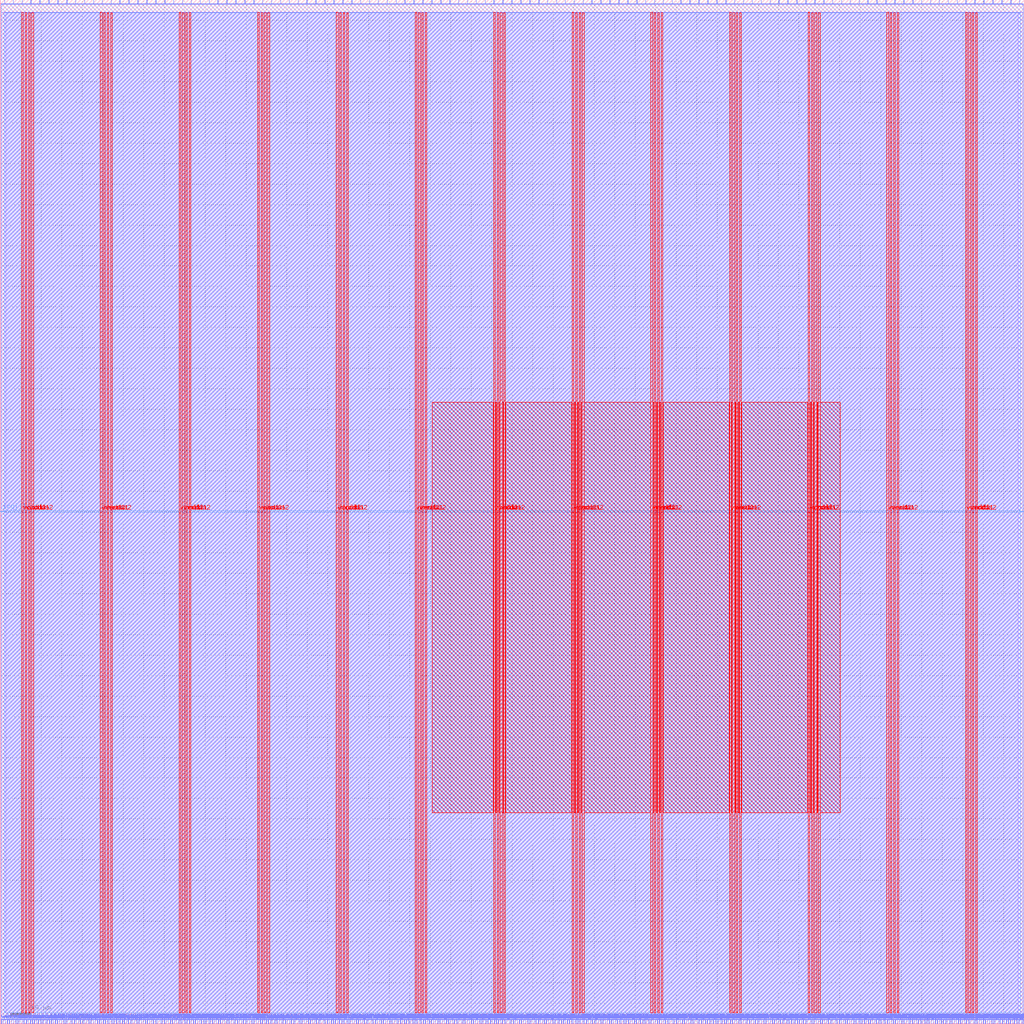
<source format=lef>
VERSION 5.7 ;
  NOWIREEXTENSIONATPIN ON ;
  DIVIDERCHAR "/" ;
  BUSBITCHARS "[]" ;
MACRO user_proj
  CLASS BLOCK ;
  FOREIGN user_proj ;
  ORIGIN 0.000 0.000 ;
  SIZE 1000.000 BY 1000.000 ;
  PIN io_in[0]
    DIRECTION INPUT ;
    USE SIGNAL ;
    PORT
      LAYER met2 ;
        RECT 4.230 996.000 4.510 1000.000 ;
    END
  END io_in[0]
  PIN io_in[10]
    DIRECTION INPUT ;
    USE SIGNAL ;
    PORT
      LAYER met2 ;
        RECT 265.050 996.000 265.330 1000.000 ;
    END
  END io_in[10]
  PIN io_in[11]
    DIRECTION INPUT ;
    USE SIGNAL ;
    PORT
      LAYER met2 ;
        RECT 290.810 996.000 291.090 1000.000 ;
    END
  END io_in[11]
  PIN io_in[12]
    DIRECTION INPUT ;
    USE SIGNAL ;
    PORT
      LAYER met2 ;
        RECT 317.030 996.000 317.310 1000.000 ;
    END
  END io_in[12]
  PIN io_in[13]
    DIRECTION INPUT ;
    USE SIGNAL ;
    PORT
      LAYER met2 ;
        RECT 343.250 996.000 343.530 1000.000 ;
    END
  END io_in[13]
  PIN io_in[14]
    DIRECTION INPUT ;
    USE SIGNAL ;
    PORT
      LAYER met2 ;
        RECT 369.010 996.000 369.290 1000.000 ;
    END
  END io_in[14]
  PIN io_in[15]
    DIRECTION INPUT ;
    USE SIGNAL ;
    PORT
      LAYER met2 ;
        RECT 395.230 996.000 395.510 1000.000 ;
    END
  END io_in[15]
  PIN io_in[16]
    DIRECTION INPUT ;
    USE SIGNAL ;
    PORT
      LAYER met2 ;
        RECT 421.450 996.000 421.730 1000.000 ;
    END
  END io_in[16]
  PIN io_in[17]
    DIRECTION INPUT ;
    USE SIGNAL ;
    PORT
      LAYER met2 ;
        RECT 447.670 996.000 447.950 1000.000 ;
    END
  END io_in[17]
  PIN io_in[18]
    DIRECTION INPUT ;
    USE SIGNAL ;
    PORT
      LAYER met2 ;
        RECT 473.430 996.000 473.710 1000.000 ;
    END
  END io_in[18]
  PIN io_in[19]
    DIRECTION INPUT ;
    USE SIGNAL ;
    PORT
      LAYER met2 ;
        RECT 499.650 996.000 499.930 1000.000 ;
    END
  END io_in[19]
  PIN io_in[1]
    DIRECTION INPUT ;
    USE SIGNAL ;
    PORT
      LAYER met2 ;
        RECT 29.990 996.000 30.270 1000.000 ;
    END
  END io_in[1]
  PIN io_in[20]
    DIRECTION INPUT ;
    USE SIGNAL ;
    PORT
      LAYER met2 ;
        RECT 525.870 996.000 526.150 1000.000 ;
    END
  END io_in[20]
  PIN io_in[21]
    DIRECTION INPUT ;
    USE SIGNAL ;
    PORT
      LAYER met2 ;
        RECT 551.630 996.000 551.910 1000.000 ;
    END
  END io_in[21]
  PIN io_in[22]
    DIRECTION INPUT ;
    USE SIGNAL ;
    PORT
      LAYER met2 ;
        RECT 577.850 996.000 578.130 1000.000 ;
    END
  END io_in[22]
  PIN io_in[23]
    DIRECTION INPUT ;
    USE SIGNAL ;
    PORT
      LAYER met2 ;
        RECT 604.070 996.000 604.350 1000.000 ;
    END
  END io_in[23]
  PIN io_in[24]
    DIRECTION INPUT ;
    USE SIGNAL ;
    PORT
      LAYER met2 ;
        RECT 630.290 996.000 630.570 1000.000 ;
    END
  END io_in[24]
  PIN io_in[25]
    DIRECTION INPUT ;
    USE SIGNAL ;
    PORT
      LAYER met2 ;
        RECT 656.050 996.000 656.330 1000.000 ;
    END
  END io_in[25]
  PIN io_in[26]
    DIRECTION INPUT ;
    USE SIGNAL ;
    PORT
      LAYER met2 ;
        RECT 682.270 996.000 682.550 1000.000 ;
    END
  END io_in[26]
  PIN io_in[27]
    DIRECTION INPUT ;
    USE SIGNAL ;
    PORT
      LAYER met2 ;
        RECT 708.490 996.000 708.770 1000.000 ;
    END
  END io_in[27]
  PIN io_in[28]
    DIRECTION INPUT ;
    USE SIGNAL ;
    PORT
      LAYER met2 ;
        RECT 734.250 996.000 734.530 1000.000 ;
    END
  END io_in[28]
  PIN io_in[29]
    DIRECTION INPUT ;
    USE SIGNAL ;
    PORT
      LAYER met2 ;
        RECT 760.470 996.000 760.750 1000.000 ;
    END
  END io_in[29]
  PIN io_in[2]
    DIRECTION INPUT ;
    USE SIGNAL ;
    PORT
      LAYER met2 ;
        RECT 56.210 996.000 56.490 1000.000 ;
    END
  END io_in[2]
  PIN io_in[30]
    DIRECTION INPUT ;
    USE SIGNAL ;
    PORT
      LAYER met2 ;
        RECT 786.690 996.000 786.970 1000.000 ;
    END
  END io_in[30]
  PIN io_in[31]
    DIRECTION INPUT ;
    USE SIGNAL ;
    PORT
      LAYER met2 ;
        RECT 812.910 996.000 813.190 1000.000 ;
    END
  END io_in[31]
  PIN io_in[32]
    DIRECTION INPUT ;
    USE SIGNAL ;
    PORT
      LAYER met2 ;
        RECT 838.670 996.000 838.950 1000.000 ;
    END
  END io_in[32]
  PIN io_in[33]
    DIRECTION INPUT ;
    USE SIGNAL ;
    PORT
      LAYER met2 ;
        RECT 864.890 996.000 865.170 1000.000 ;
    END
  END io_in[33]
  PIN io_in[34]
    DIRECTION INPUT ;
    USE SIGNAL ;
    PORT
      LAYER met2 ;
        RECT 891.110 996.000 891.390 1000.000 ;
    END
  END io_in[34]
  PIN io_in[35]
    DIRECTION INPUT ;
    USE SIGNAL ;
    PORT
      LAYER met2 ;
        RECT 916.870 996.000 917.150 1000.000 ;
    END
  END io_in[35]
  PIN io_in[36]
    DIRECTION INPUT ;
    USE SIGNAL ;
    PORT
      LAYER met2 ;
        RECT 943.090 996.000 943.370 1000.000 ;
    END
  END io_in[36]
  PIN io_in[37]
    DIRECTION INPUT ;
    USE SIGNAL ;
    PORT
      LAYER met2 ;
        RECT 969.310 996.000 969.590 1000.000 ;
    END
  END io_in[37]
  PIN io_in[3]
    DIRECTION INPUT ;
    USE SIGNAL ;
    PORT
      LAYER met2 ;
        RECT 82.430 996.000 82.710 1000.000 ;
    END
  END io_in[3]
  PIN io_in[4]
    DIRECTION INPUT ;
    USE SIGNAL ;
    PORT
      LAYER met2 ;
        RECT 108.190 996.000 108.470 1000.000 ;
    END
  END io_in[4]
  PIN io_in[5]
    DIRECTION INPUT ;
    USE SIGNAL ;
    PORT
      LAYER met2 ;
        RECT 134.410 996.000 134.690 1000.000 ;
    END
  END io_in[5]
  PIN io_in[6]
    DIRECTION INPUT ;
    USE SIGNAL ;
    PORT
      LAYER met2 ;
        RECT 160.630 996.000 160.910 1000.000 ;
    END
  END io_in[6]
  PIN io_in[7]
    DIRECTION INPUT ;
    USE SIGNAL ;
    PORT
      LAYER met2 ;
        RECT 186.390 996.000 186.670 1000.000 ;
    END
  END io_in[7]
  PIN io_in[8]
    DIRECTION INPUT ;
    USE SIGNAL ;
    PORT
      LAYER met2 ;
        RECT 212.610 996.000 212.890 1000.000 ;
    END
  END io_in[8]
  PIN io_in[9]
    DIRECTION INPUT ;
    USE SIGNAL ;
    PORT
      LAYER met2 ;
        RECT 238.830 996.000 239.110 1000.000 ;
    END
  END io_in[9]
  PIN io_oeb[0]
    DIRECTION OUTPUT TRISTATE ;
    USE SIGNAL ;
    PORT
      LAYER met2 ;
        RECT 12.510 996.000 12.790 1000.000 ;
    END
  END io_oeb[0]
  PIN io_oeb[10]
    DIRECTION OUTPUT TRISTATE ;
    USE SIGNAL ;
    PORT
      LAYER met2 ;
        RECT 273.790 996.000 274.070 1000.000 ;
    END
  END io_oeb[10]
  PIN io_oeb[11]
    DIRECTION OUTPUT TRISTATE ;
    USE SIGNAL ;
    PORT
      LAYER met2 ;
        RECT 299.550 996.000 299.830 1000.000 ;
    END
  END io_oeb[11]
  PIN io_oeb[12]
    DIRECTION OUTPUT TRISTATE ;
    USE SIGNAL ;
    PORT
      LAYER met2 ;
        RECT 325.770 996.000 326.050 1000.000 ;
    END
  END io_oeb[12]
  PIN io_oeb[13]
    DIRECTION OUTPUT TRISTATE ;
    USE SIGNAL ;
    PORT
      LAYER met2 ;
        RECT 351.990 996.000 352.270 1000.000 ;
    END
  END io_oeb[13]
  PIN io_oeb[14]
    DIRECTION OUTPUT TRISTATE ;
    USE SIGNAL ;
    PORT
      LAYER met2 ;
        RECT 377.750 996.000 378.030 1000.000 ;
    END
  END io_oeb[14]
  PIN io_oeb[15]
    DIRECTION OUTPUT TRISTATE ;
    USE SIGNAL ;
    PORT
      LAYER met2 ;
        RECT 403.970 996.000 404.250 1000.000 ;
    END
  END io_oeb[15]
  PIN io_oeb[16]
    DIRECTION OUTPUT TRISTATE ;
    USE SIGNAL ;
    PORT
      LAYER met2 ;
        RECT 430.190 996.000 430.470 1000.000 ;
    END
  END io_oeb[16]
  PIN io_oeb[17]
    DIRECTION OUTPUT TRISTATE ;
    USE SIGNAL ;
    PORT
      LAYER met2 ;
        RECT 456.410 996.000 456.690 1000.000 ;
    END
  END io_oeb[17]
  PIN io_oeb[18]
    DIRECTION OUTPUT TRISTATE ;
    USE SIGNAL ;
    PORT
      LAYER met2 ;
        RECT 482.170 996.000 482.450 1000.000 ;
    END
  END io_oeb[18]
  PIN io_oeb[19]
    DIRECTION OUTPUT TRISTATE ;
    USE SIGNAL ;
    PORT
      LAYER met2 ;
        RECT 508.390 996.000 508.670 1000.000 ;
    END
  END io_oeb[19]
  PIN io_oeb[1]
    DIRECTION OUTPUT TRISTATE ;
    USE SIGNAL ;
    PORT
      LAYER met2 ;
        RECT 38.730 996.000 39.010 1000.000 ;
    END
  END io_oeb[1]
  PIN io_oeb[20]
    DIRECTION OUTPUT TRISTATE ;
    USE SIGNAL ;
    PORT
      LAYER met2 ;
        RECT 534.610 996.000 534.890 1000.000 ;
    END
  END io_oeb[20]
  PIN io_oeb[21]
    DIRECTION OUTPUT TRISTATE ;
    USE SIGNAL ;
    PORT
      LAYER met2 ;
        RECT 560.370 996.000 560.650 1000.000 ;
    END
  END io_oeb[21]
  PIN io_oeb[22]
    DIRECTION OUTPUT TRISTATE ;
    USE SIGNAL ;
    PORT
      LAYER met2 ;
        RECT 586.590 996.000 586.870 1000.000 ;
    END
  END io_oeb[22]
  PIN io_oeb[23]
    DIRECTION OUTPUT TRISTATE ;
    USE SIGNAL ;
    PORT
      LAYER met2 ;
        RECT 612.810 996.000 613.090 1000.000 ;
    END
  END io_oeb[23]
  PIN io_oeb[24]
    DIRECTION OUTPUT TRISTATE ;
    USE SIGNAL ;
    PORT
      LAYER met2 ;
        RECT 639.030 996.000 639.310 1000.000 ;
    END
  END io_oeb[24]
  PIN io_oeb[25]
    DIRECTION OUTPUT TRISTATE ;
    USE SIGNAL ;
    PORT
      LAYER met2 ;
        RECT 664.790 996.000 665.070 1000.000 ;
    END
  END io_oeb[25]
  PIN io_oeb[26]
    DIRECTION OUTPUT TRISTATE ;
    USE SIGNAL ;
    PORT
      LAYER met2 ;
        RECT 691.010 996.000 691.290 1000.000 ;
    END
  END io_oeb[26]
  PIN io_oeb[27]
    DIRECTION OUTPUT TRISTATE ;
    USE SIGNAL ;
    PORT
      LAYER met2 ;
        RECT 717.230 996.000 717.510 1000.000 ;
    END
  END io_oeb[27]
  PIN io_oeb[28]
    DIRECTION OUTPUT TRISTATE ;
    USE SIGNAL ;
    PORT
      LAYER met2 ;
        RECT 742.990 996.000 743.270 1000.000 ;
    END
  END io_oeb[28]
  PIN io_oeb[29]
    DIRECTION OUTPUT TRISTATE ;
    USE SIGNAL ;
    PORT
      LAYER met2 ;
        RECT 769.210 996.000 769.490 1000.000 ;
    END
  END io_oeb[29]
  PIN io_oeb[2]
    DIRECTION OUTPUT TRISTATE ;
    USE SIGNAL ;
    PORT
      LAYER met2 ;
        RECT 64.950 996.000 65.230 1000.000 ;
    END
  END io_oeb[2]
  PIN io_oeb[30]
    DIRECTION OUTPUT TRISTATE ;
    USE SIGNAL ;
    PORT
      LAYER met2 ;
        RECT 795.430 996.000 795.710 1000.000 ;
    END
  END io_oeb[30]
  PIN io_oeb[31]
    DIRECTION OUTPUT TRISTATE ;
    USE SIGNAL ;
    PORT
      LAYER met2 ;
        RECT 821.650 996.000 821.930 1000.000 ;
    END
  END io_oeb[31]
  PIN io_oeb[32]
    DIRECTION OUTPUT TRISTATE ;
    USE SIGNAL ;
    PORT
      LAYER met2 ;
        RECT 847.410 996.000 847.690 1000.000 ;
    END
  END io_oeb[32]
  PIN io_oeb[33]
    DIRECTION OUTPUT TRISTATE ;
    USE SIGNAL ;
    PORT
      LAYER met2 ;
        RECT 873.630 996.000 873.910 1000.000 ;
    END
  END io_oeb[33]
  PIN io_oeb[34]
    DIRECTION OUTPUT TRISTATE ;
    USE SIGNAL ;
    PORT
      LAYER met2 ;
        RECT 899.850 996.000 900.130 1000.000 ;
    END
  END io_oeb[34]
  PIN io_oeb[35]
    DIRECTION OUTPUT TRISTATE ;
    USE SIGNAL ;
    PORT
      LAYER met2 ;
        RECT 925.610 996.000 925.890 1000.000 ;
    END
  END io_oeb[35]
  PIN io_oeb[36]
    DIRECTION OUTPUT TRISTATE ;
    USE SIGNAL ;
    PORT
      LAYER met2 ;
        RECT 951.830 996.000 952.110 1000.000 ;
    END
  END io_oeb[36]
  PIN io_oeb[37]
    DIRECTION OUTPUT TRISTATE ;
    USE SIGNAL ;
    PORT
      LAYER met2 ;
        RECT 978.050 996.000 978.330 1000.000 ;
    END
  END io_oeb[37]
  PIN io_oeb[3]
    DIRECTION OUTPUT TRISTATE ;
    USE SIGNAL ;
    PORT
      LAYER met2 ;
        RECT 91.170 996.000 91.450 1000.000 ;
    END
  END io_oeb[3]
  PIN io_oeb[4]
    DIRECTION OUTPUT TRISTATE ;
    USE SIGNAL ;
    PORT
      LAYER met2 ;
        RECT 116.930 996.000 117.210 1000.000 ;
    END
  END io_oeb[4]
  PIN io_oeb[5]
    DIRECTION OUTPUT TRISTATE ;
    USE SIGNAL ;
    PORT
      LAYER met2 ;
        RECT 143.150 996.000 143.430 1000.000 ;
    END
  END io_oeb[5]
  PIN io_oeb[6]
    DIRECTION OUTPUT TRISTATE ;
    USE SIGNAL ;
    PORT
      LAYER met2 ;
        RECT 169.370 996.000 169.650 1000.000 ;
    END
  END io_oeb[6]
  PIN io_oeb[7]
    DIRECTION OUTPUT TRISTATE ;
    USE SIGNAL ;
    PORT
      LAYER met2 ;
        RECT 195.130 996.000 195.410 1000.000 ;
    END
  END io_oeb[7]
  PIN io_oeb[8]
    DIRECTION OUTPUT TRISTATE ;
    USE SIGNAL ;
    PORT
      LAYER met2 ;
        RECT 221.350 996.000 221.630 1000.000 ;
    END
  END io_oeb[8]
  PIN io_oeb[9]
    DIRECTION OUTPUT TRISTATE ;
    USE SIGNAL ;
    PORT
      LAYER met2 ;
        RECT 247.570 996.000 247.850 1000.000 ;
    END
  END io_oeb[9]
  PIN io_out[0]
    DIRECTION OUTPUT TRISTATE ;
    USE SIGNAL ;
    PORT
      LAYER met2 ;
        RECT 21.250 996.000 21.530 1000.000 ;
    END
  END io_out[0]
  PIN io_out[10]
    DIRECTION OUTPUT TRISTATE ;
    USE SIGNAL ;
    PORT
      LAYER met2 ;
        RECT 282.070 996.000 282.350 1000.000 ;
    END
  END io_out[10]
  PIN io_out[11]
    DIRECTION OUTPUT TRISTATE ;
    USE SIGNAL ;
    PORT
      LAYER met2 ;
        RECT 308.290 996.000 308.570 1000.000 ;
    END
  END io_out[11]
  PIN io_out[12]
    DIRECTION OUTPUT TRISTATE ;
    USE SIGNAL ;
    PORT
      LAYER met2 ;
        RECT 334.510 996.000 334.790 1000.000 ;
    END
  END io_out[12]
  PIN io_out[13]
    DIRECTION OUTPUT TRISTATE ;
    USE SIGNAL ;
    PORT
      LAYER met2 ;
        RECT 360.730 996.000 361.010 1000.000 ;
    END
  END io_out[13]
  PIN io_out[14]
    DIRECTION OUTPUT TRISTATE ;
    USE SIGNAL ;
    PORT
      LAYER met2 ;
        RECT 386.490 996.000 386.770 1000.000 ;
    END
  END io_out[14]
  PIN io_out[15]
    DIRECTION OUTPUT TRISTATE ;
    USE SIGNAL ;
    PORT
      LAYER met2 ;
        RECT 412.710 996.000 412.990 1000.000 ;
    END
  END io_out[15]
  PIN io_out[16]
    DIRECTION OUTPUT TRISTATE ;
    USE SIGNAL ;
    PORT
      LAYER met2 ;
        RECT 438.930 996.000 439.210 1000.000 ;
    END
  END io_out[16]
  PIN io_out[17]
    DIRECTION OUTPUT TRISTATE ;
    USE SIGNAL ;
    PORT
      LAYER met2 ;
        RECT 464.690 996.000 464.970 1000.000 ;
    END
  END io_out[17]
  PIN io_out[18]
    DIRECTION OUTPUT TRISTATE ;
    USE SIGNAL ;
    PORT
      LAYER met2 ;
        RECT 490.910 996.000 491.190 1000.000 ;
    END
  END io_out[18]
  PIN io_out[19]
    DIRECTION OUTPUT TRISTATE ;
    USE SIGNAL ;
    PORT
      LAYER met2 ;
        RECT 517.130 996.000 517.410 1000.000 ;
    END
  END io_out[19]
  PIN io_out[1]
    DIRECTION OUTPUT TRISTATE ;
    USE SIGNAL ;
    PORT
      LAYER met2 ;
        RECT 47.470 996.000 47.750 1000.000 ;
    END
  END io_out[1]
  PIN io_out[20]
    DIRECTION OUTPUT TRISTATE ;
    USE SIGNAL ;
    PORT
      LAYER met2 ;
        RECT 543.350 996.000 543.630 1000.000 ;
    END
  END io_out[20]
  PIN io_out[21]
    DIRECTION OUTPUT TRISTATE ;
    USE SIGNAL ;
    PORT
      LAYER met2 ;
        RECT 569.110 996.000 569.390 1000.000 ;
    END
  END io_out[21]
  PIN io_out[22]
    DIRECTION OUTPUT TRISTATE ;
    USE SIGNAL ;
    PORT
      LAYER met2 ;
        RECT 595.330 996.000 595.610 1000.000 ;
    END
  END io_out[22]
  PIN io_out[23]
    DIRECTION OUTPUT TRISTATE ;
    USE SIGNAL ;
    PORT
      LAYER met2 ;
        RECT 621.550 996.000 621.830 1000.000 ;
    END
  END io_out[23]
  PIN io_out[24]
    DIRECTION OUTPUT TRISTATE ;
    USE SIGNAL ;
    PORT
      LAYER met2 ;
        RECT 647.310 996.000 647.590 1000.000 ;
    END
  END io_out[24]
  PIN io_out[25]
    DIRECTION OUTPUT TRISTATE ;
    USE SIGNAL ;
    PORT
      LAYER met2 ;
        RECT 673.530 996.000 673.810 1000.000 ;
    END
  END io_out[25]
  PIN io_out[26]
    DIRECTION OUTPUT TRISTATE ;
    USE SIGNAL ;
    PORT
      LAYER met2 ;
        RECT 699.750 996.000 700.030 1000.000 ;
    END
  END io_out[26]
  PIN io_out[27]
    DIRECTION OUTPUT TRISTATE ;
    USE SIGNAL ;
    PORT
      LAYER met2 ;
        RECT 725.970 996.000 726.250 1000.000 ;
    END
  END io_out[27]
  PIN io_out[28]
    DIRECTION OUTPUT TRISTATE ;
    USE SIGNAL ;
    PORT
      LAYER met2 ;
        RECT 751.730 996.000 752.010 1000.000 ;
    END
  END io_out[28]
  PIN io_out[29]
    DIRECTION OUTPUT TRISTATE ;
    USE SIGNAL ;
    PORT
      LAYER met2 ;
        RECT 777.950 996.000 778.230 1000.000 ;
    END
  END io_out[29]
  PIN io_out[2]
    DIRECTION OUTPUT TRISTATE ;
    USE SIGNAL ;
    PORT
      LAYER met2 ;
        RECT 73.690 996.000 73.970 1000.000 ;
    END
  END io_out[2]
  PIN io_out[30]
    DIRECTION OUTPUT TRISTATE ;
    USE SIGNAL ;
    PORT
      LAYER met2 ;
        RECT 804.170 996.000 804.450 1000.000 ;
    END
  END io_out[30]
  PIN io_out[31]
    DIRECTION OUTPUT TRISTATE ;
    USE SIGNAL ;
    PORT
      LAYER met2 ;
        RECT 829.930 996.000 830.210 1000.000 ;
    END
  END io_out[31]
  PIN io_out[32]
    DIRECTION OUTPUT TRISTATE ;
    USE SIGNAL ;
    PORT
      LAYER met2 ;
        RECT 856.150 996.000 856.430 1000.000 ;
    END
  END io_out[32]
  PIN io_out[33]
    DIRECTION OUTPUT TRISTATE ;
    USE SIGNAL ;
    PORT
      LAYER met2 ;
        RECT 882.370 996.000 882.650 1000.000 ;
    END
  END io_out[33]
  PIN io_out[34]
    DIRECTION OUTPUT TRISTATE ;
    USE SIGNAL ;
    PORT
      LAYER met2 ;
        RECT 908.590 996.000 908.870 1000.000 ;
    END
  END io_out[34]
  PIN io_out[35]
    DIRECTION OUTPUT TRISTATE ;
    USE SIGNAL ;
    PORT
      LAYER met2 ;
        RECT 934.350 996.000 934.630 1000.000 ;
    END
  END io_out[35]
  PIN io_out[36]
    DIRECTION OUTPUT TRISTATE ;
    USE SIGNAL ;
    PORT
      LAYER met2 ;
        RECT 960.570 996.000 960.850 1000.000 ;
    END
  END io_out[36]
  PIN io_out[37]
    DIRECTION OUTPUT TRISTATE ;
    USE SIGNAL ;
    PORT
      LAYER met2 ;
        RECT 986.790 996.000 987.070 1000.000 ;
    END
  END io_out[37]
  PIN io_out[3]
    DIRECTION OUTPUT TRISTATE ;
    USE SIGNAL ;
    PORT
      LAYER met2 ;
        RECT 99.450 996.000 99.730 1000.000 ;
    END
  END io_out[3]
  PIN io_out[4]
    DIRECTION OUTPUT TRISTATE ;
    USE SIGNAL ;
    PORT
      LAYER met2 ;
        RECT 125.670 996.000 125.950 1000.000 ;
    END
  END io_out[4]
  PIN io_out[5]
    DIRECTION OUTPUT TRISTATE ;
    USE SIGNAL ;
    PORT
      LAYER met2 ;
        RECT 151.890 996.000 152.170 1000.000 ;
    END
  END io_out[5]
  PIN io_out[6]
    DIRECTION OUTPUT TRISTATE ;
    USE SIGNAL ;
    PORT
      LAYER met2 ;
        RECT 178.110 996.000 178.390 1000.000 ;
    END
  END io_out[6]
  PIN io_out[7]
    DIRECTION OUTPUT TRISTATE ;
    USE SIGNAL ;
    PORT
      LAYER met2 ;
        RECT 203.870 996.000 204.150 1000.000 ;
    END
  END io_out[7]
  PIN io_out[8]
    DIRECTION OUTPUT TRISTATE ;
    USE SIGNAL ;
    PORT
      LAYER met2 ;
        RECT 230.090 996.000 230.370 1000.000 ;
    END
  END io_out[8]
  PIN io_out[9]
    DIRECTION OUTPUT TRISTATE ;
    USE SIGNAL ;
    PORT
      LAYER met2 ;
        RECT 256.310 996.000 256.590 1000.000 ;
    END
  END io_out[9]
  PIN irq[0]
    DIRECTION OUTPUT TRISTATE ;
    USE SIGNAL ;
    PORT
      LAYER met3 ;
        RECT 996.000 499.840 1000.000 500.440 ;
    END
  END irq[0]
  PIN irq[1]
    DIRECTION OUTPUT TRISTATE ;
    USE SIGNAL ;
    PORT
      LAYER met3 ;
        RECT 0.000 499.840 4.000 500.440 ;
    END
  END irq[1]
  PIN irq[2]
    DIRECTION OUTPUT TRISTATE ;
    USE SIGNAL ;
    PORT
      LAYER met2 ;
        RECT 995.530 996.000 995.810 1000.000 ;
    END
  END irq[2]
  PIN la_data_in[0]
    DIRECTION INPUT ;
    USE SIGNAL ;
    PORT
      LAYER met2 ;
        RECT 217.210 0.000 217.490 4.000 ;
    END
  END la_data_in[0]
  PIN la_data_in[100]
    DIRECTION INPUT ;
    USE SIGNAL ;
    PORT
      LAYER met2 ;
        RECT 829.470 0.000 829.750 4.000 ;
    END
  END la_data_in[100]
  PIN la_data_in[101]
    DIRECTION INPUT ;
    USE SIGNAL ;
    PORT
      LAYER met2 ;
        RECT 835.450 0.000 835.730 4.000 ;
    END
  END la_data_in[101]
  PIN la_data_in[102]
    DIRECTION INPUT ;
    USE SIGNAL ;
    PORT
      LAYER met2 ;
        RECT 841.430 0.000 841.710 4.000 ;
    END
  END la_data_in[102]
  PIN la_data_in[103]
    DIRECTION INPUT ;
    USE SIGNAL ;
    PORT
      LAYER met2 ;
        RECT 847.870 0.000 848.150 4.000 ;
    END
  END la_data_in[103]
  PIN la_data_in[104]
    DIRECTION INPUT ;
    USE SIGNAL ;
    PORT
      LAYER met2 ;
        RECT 853.850 0.000 854.130 4.000 ;
    END
  END la_data_in[104]
  PIN la_data_in[105]
    DIRECTION INPUT ;
    USE SIGNAL ;
    PORT
      LAYER met2 ;
        RECT 859.830 0.000 860.110 4.000 ;
    END
  END la_data_in[105]
  PIN la_data_in[106]
    DIRECTION INPUT ;
    USE SIGNAL ;
    PORT
      LAYER met2 ;
        RECT 866.270 0.000 866.550 4.000 ;
    END
  END la_data_in[106]
  PIN la_data_in[107]
    DIRECTION INPUT ;
    USE SIGNAL ;
    PORT
      LAYER met2 ;
        RECT 872.250 0.000 872.530 4.000 ;
    END
  END la_data_in[107]
  PIN la_data_in[108]
    DIRECTION INPUT ;
    USE SIGNAL ;
    PORT
      LAYER met2 ;
        RECT 878.230 0.000 878.510 4.000 ;
    END
  END la_data_in[108]
  PIN la_data_in[109]
    DIRECTION INPUT ;
    USE SIGNAL ;
    PORT
      LAYER met2 ;
        RECT 884.670 0.000 884.950 4.000 ;
    END
  END la_data_in[109]
  PIN la_data_in[10]
    DIRECTION INPUT ;
    USE SIGNAL ;
    PORT
      LAYER met2 ;
        RECT 278.390 0.000 278.670 4.000 ;
    END
  END la_data_in[10]
  PIN la_data_in[110]
    DIRECTION INPUT ;
    USE SIGNAL ;
    PORT
      LAYER met2 ;
        RECT 890.650 0.000 890.930 4.000 ;
    END
  END la_data_in[110]
  PIN la_data_in[111]
    DIRECTION INPUT ;
    USE SIGNAL ;
    PORT
      LAYER met2 ;
        RECT 896.630 0.000 896.910 4.000 ;
    END
  END la_data_in[111]
  PIN la_data_in[112]
    DIRECTION INPUT ;
    USE SIGNAL ;
    PORT
      LAYER met2 ;
        RECT 903.070 0.000 903.350 4.000 ;
    END
  END la_data_in[112]
  PIN la_data_in[113]
    DIRECTION INPUT ;
    USE SIGNAL ;
    PORT
      LAYER met2 ;
        RECT 909.050 0.000 909.330 4.000 ;
    END
  END la_data_in[113]
  PIN la_data_in[114]
    DIRECTION INPUT ;
    USE SIGNAL ;
    PORT
      LAYER met2 ;
        RECT 915.030 0.000 915.310 4.000 ;
    END
  END la_data_in[114]
  PIN la_data_in[115]
    DIRECTION INPUT ;
    USE SIGNAL ;
    PORT
      LAYER met2 ;
        RECT 921.010 0.000 921.290 4.000 ;
    END
  END la_data_in[115]
  PIN la_data_in[116]
    DIRECTION INPUT ;
    USE SIGNAL ;
    PORT
      LAYER met2 ;
        RECT 927.450 0.000 927.730 4.000 ;
    END
  END la_data_in[116]
  PIN la_data_in[117]
    DIRECTION INPUT ;
    USE SIGNAL ;
    PORT
      LAYER met2 ;
        RECT 933.430 0.000 933.710 4.000 ;
    END
  END la_data_in[117]
  PIN la_data_in[118]
    DIRECTION INPUT ;
    USE SIGNAL ;
    PORT
      LAYER met2 ;
        RECT 939.410 0.000 939.690 4.000 ;
    END
  END la_data_in[118]
  PIN la_data_in[119]
    DIRECTION INPUT ;
    USE SIGNAL ;
    PORT
      LAYER met2 ;
        RECT 945.850 0.000 946.130 4.000 ;
    END
  END la_data_in[119]
  PIN la_data_in[11]
    DIRECTION INPUT ;
    USE SIGNAL ;
    PORT
      LAYER met2 ;
        RECT 284.370 0.000 284.650 4.000 ;
    END
  END la_data_in[11]
  PIN la_data_in[120]
    DIRECTION INPUT ;
    USE SIGNAL ;
    PORT
      LAYER met2 ;
        RECT 951.830 0.000 952.110 4.000 ;
    END
  END la_data_in[120]
  PIN la_data_in[121]
    DIRECTION INPUT ;
    USE SIGNAL ;
    PORT
      LAYER met2 ;
        RECT 957.810 0.000 958.090 4.000 ;
    END
  END la_data_in[121]
  PIN la_data_in[122]
    DIRECTION INPUT ;
    USE SIGNAL ;
    PORT
      LAYER met2 ;
        RECT 964.250 0.000 964.530 4.000 ;
    END
  END la_data_in[122]
  PIN la_data_in[123]
    DIRECTION INPUT ;
    USE SIGNAL ;
    PORT
      LAYER met2 ;
        RECT 970.230 0.000 970.510 4.000 ;
    END
  END la_data_in[123]
  PIN la_data_in[124]
    DIRECTION INPUT ;
    USE SIGNAL ;
    PORT
      LAYER met2 ;
        RECT 976.210 0.000 976.490 4.000 ;
    END
  END la_data_in[124]
  PIN la_data_in[125]
    DIRECTION INPUT ;
    USE SIGNAL ;
    PORT
      LAYER met2 ;
        RECT 982.650 0.000 982.930 4.000 ;
    END
  END la_data_in[125]
  PIN la_data_in[126]
    DIRECTION INPUT ;
    USE SIGNAL ;
    PORT
      LAYER met2 ;
        RECT 988.630 0.000 988.910 4.000 ;
    END
  END la_data_in[126]
  PIN la_data_in[127]
    DIRECTION INPUT ;
    USE SIGNAL ;
    PORT
      LAYER met2 ;
        RECT 994.610 0.000 994.890 4.000 ;
    END
  END la_data_in[127]
  PIN la_data_in[12]
    DIRECTION INPUT ;
    USE SIGNAL ;
    PORT
      LAYER met2 ;
        RECT 290.810 0.000 291.090 4.000 ;
    END
  END la_data_in[12]
  PIN la_data_in[13]
    DIRECTION INPUT ;
    USE SIGNAL ;
    PORT
      LAYER met2 ;
        RECT 296.790 0.000 297.070 4.000 ;
    END
  END la_data_in[13]
  PIN la_data_in[14]
    DIRECTION INPUT ;
    USE SIGNAL ;
    PORT
      LAYER met2 ;
        RECT 302.770 0.000 303.050 4.000 ;
    END
  END la_data_in[14]
  PIN la_data_in[15]
    DIRECTION INPUT ;
    USE SIGNAL ;
    PORT
      LAYER met2 ;
        RECT 308.750 0.000 309.030 4.000 ;
    END
  END la_data_in[15]
  PIN la_data_in[16]
    DIRECTION INPUT ;
    USE SIGNAL ;
    PORT
      LAYER met2 ;
        RECT 315.190 0.000 315.470 4.000 ;
    END
  END la_data_in[16]
  PIN la_data_in[17]
    DIRECTION INPUT ;
    USE SIGNAL ;
    PORT
      LAYER met2 ;
        RECT 321.170 0.000 321.450 4.000 ;
    END
  END la_data_in[17]
  PIN la_data_in[18]
    DIRECTION INPUT ;
    USE SIGNAL ;
    PORT
      LAYER met2 ;
        RECT 327.150 0.000 327.430 4.000 ;
    END
  END la_data_in[18]
  PIN la_data_in[19]
    DIRECTION INPUT ;
    USE SIGNAL ;
    PORT
      LAYER met2 ;
        RECT 333.590 0.000 333.870 4.000 ;
    END
  END la_data_in[19]
  PIN la_data_in[1]
    DIRECTION INPUT ;
    USE SIGNAL ;
    PORT
      LAYER met2 ;
        RECT 223.190 0.000 223.470 4.000 ;
    END
  END la_data_in[1]
  PIN la_data_in[20]
    DIRECTION INPUT ;
    USE SIGNAL ;
    PORT
      LAYER met2 ;
        RECT 339.570 0.000 339.850 4.000 ;
    END
  END la_data_in[20]
  PIN la_data_in[21]
    DIRECTION INPUT ;
    USE SIGNAL ;
    PORT
      LAYER met2 ;
        RECT 345.550 0.000 345.830 4.000 ;
    END
  END la_data_in[21]
  PIN la_data_in[22]
    DIRECTION INPUT ;
    USE SIGNAL ;
    PORT
      LAYER met2 ;
        RECT 351.990 0.000 352.270 4.000 ;
    END
  END la_data_in[22]
  PIN la_data_in[23]
    DIRECTION INPUT ;
    USE SIGNAL ;
    PORT
      LAYER met2 ;
        RECT 357.970 0.000 358.250 4.000 ;
    END
  END la_data_in[23]
  PIN la_data_in[24]
    DIRECTION INPUT ;
    USE SIGNAL ;
    PORT
      LAYER met2 ;
        RECT 363.950 0.000 364.230 4.000 ;
    END
  END la_data_in[24]
  PIN la_data_in[25]
    DIRECTION INPUT ;
    USE SIGNAL ;
    PORT
      LAYER met2 ;
        RECT 370.390 0.000 370.670 4.000 ;
    END
  END la_data_in[25]
  PIN la_data_in[26]
    DIRECTION INPUT ;
    USE SIGNAL ;
    PORT
      LAYER met2 ;
        RECT 376.370 0.000 376.650 4.000 ;
    END
  END la_data_in[26]
  PIN la_data_in[27]
    DIRECTION INPUT ;
    USE SIGNAL ;
    PORT
      LAYER met2 ;
        RECT 382.350 0.000 382.630 4.000 ;
    END
  END la_data_in[27]
  PIN la_data_in[28]
    DIRECTION INPUT ;
    USE SIGNAL ;
    PORT
      LAYER met2 ;
        RECT 388.330 0.000 388.610 4.000 ;
    END
  END la_data_in[28]
  PIN la_data_in[29]
    DIRECTION INPUT ;
    USE SIGNAL ;
    PORT
      LAYER met2 ;
        RECT 394.770 0.000 395.050 4.000 ;
    END
  END la_data_in[29]
  PIN la_data_in[2]
    DIRECTION INPUT ;
    USE SIGNAL ;
    PORT
      LAYER met2 ;
        RECT 229.170 0.000 229.450 4.000 ;
    END
  END la_data_in[2]
  PIN la_data_in[30]
    DIRECTION INPUT ;
    USE SIGNAL ;
    PORT
      LAYER met2 ;
        RECT 400.750 0.000 401.030 4.000 ;
    END
  END la_data_in[30]
  PIN la_data_in[31]
    DIRECTION INPUT ;
    USE SIGNAL ;
    PORT
      LAYER met2 ;
        RECT 406.730 0.000 407.010 4.000 ;
    END
  END la_data_in[31]
  PIN la_data_in[32]
    DIRECTION INPUT ;
    USE SIGNAL ;
    PORT
      LAYER met2 ;
        RECT 413.170 0.000 413.450 4.000 ;
    END
  END la_data_in[32]
  PIN la_data_in[33]
    DIRECTION INPUT ;
    USE SIGNAL ;
    PORT
      LAYER met2 ;
        RECT 419.150 0.000 419.430 4.000 ;
    END
  END la_data_in[33]
  PIN la_data_in[34]
    DIRECTION INPUT ;
    USE SIGNAL ;
    PORT
      LAYER met2 ;
        RECT 425.130 0.000 425.410 4.000 ;
    END
  END la_data_in[34]
  PIN la_data_in[35]
    DIRECTION INPUT ;
    USE SIGNAL ;
    PORT
      LAYER met2 ;
        RECT 431.570 0.000 431.850 4.000 ;
    END
  END la_data_in[35]
  PIN la_data_in[36]
    DIRECTION INPUT ;
    USE SIGNAL ;
    PORT
      LAYER met2 ;
        RECT 437.550 0.000 437.830 4.000 ;
    END
  END la_data_in[36]
  PIN la_data_in[37]
    DIRECTION INPUT ;
    USE SIGNAL ;
    PORT
      LAYER met2 ;
        RECT 443.530 0.000 443.810 4.000 ;
    END
  END la_data_in[37]
  PIN la_data_in[38]
    DIRECTION INPUT ;
    USE SIGNAL ;
    PORT
      LAYER met2 ;
        RECT 449.970 0.000 450.250 4.000 ;
    END
  END la_data_in[38]
  PIN la_data_in[39]
    DIRECTION INPUT ;
    USE SIGNAL ;
    PORT
      LAYER met2 ;
        RECT 455.950 0.000 456.230 4.000 ;
    END
  END la_data_in[39]
  PIN la_data_in[3]
    DIRECTION INPUT ;
    USE SIGNAL ;
    PORT
      LAYER met2 ;
        RECT 235.610 0.000 235.890 4.000 ;
    END
  END la_data_in[3]
  PIN la_data_in[40]
    DIRECTION INPUT ;
    USE SIGNAL ;
    PORT
      LAYER met2 ;
        RECT 461.930 0.000 462.210 4.000 ;
    END
  END la_data_in[40]
  PIN la_data_in[41]
    DIRECTION INPUT ;
    USE SIGNAL ;
    PORT
      LAYER met2 ;
        RECT 468.370 0.000 468.650 4.000 ;
    END
  END la_data_in[41]
  PIN la_data_in[42]
    DIRECTION INPUT ;
    USE SIGNAL ;
    PORT
      LAYER met2 ;
        RECT 474.350 0.000 474.630 4.000 ;
    END
  END la_data_in[42]
  PIN la_data_in[43]
    DIRECTION INPUT ;
    USE SIGNAL ;
    PORT
      LAYER met2 ;
        RECT 480.330 0.000 480.610 4.000 ;
    END
  END la_data_in[43]
  PIN la_data_in[44]
    DIRECTION INPUT ;
    USE SIGNAL ;
    PORT
      LAYER met2 ;
        RECT 486.310 0.000 486.590 4.000 ;
    END
  END la_data_in[44]
  PIN la_data_in[45]
    DIRECTION INPUT ;
    USE SIGNAL ;
    PORT
      LAYER met2 ;
        RECT 492.750 0.000 493.030 4.000 ;
    END
  END la_data_in[45]
  PIN la_data_in[46]
    DIRECTION INPUT ;
    USE SIGNAL ;
    PORT
      LAYER met2 ;
        RECT 498.730 0.000 499.010 4.000 ;
    END
  END la_data_in[46]
  PIN la_data_in[47]
    DIRECTION INPUT ;
    USE SIGNAL ;
    PORT
      LAYER met2 ;
        RECT 504.710 0.000 504.990 4.000 ;
    END
  END la_data_in[47]
  PIN la_data_in[48]
    DIRECTION INPUT ;
    USE SIGNAL ;
    PORT
      LAYER met2 ;
        RECT 511.150 0.000 511.430 4.000 ;
    END
  END la_data_in[48]
  PIN la_data_in[49]
    DIRECTION INPUT ;
    USE SIGNAL ;
    PORT
      LAYER met2 ;
        RECT 517.130 0.000 517.410 4.000 ;
    END
  END la_data_in[49]
  PIN la_data_in[4]
    DIRECTION INPUT ;
    USE SIGNAL ;
    PORT
      LAYER met2 ;
        RECT 241.590 0.000 241.870 4.000 ;
    END
  END la_data_in[4]
  PIN la_data_in[50]
    DIRECTION INPUT ;
    USE SIGNAL ;
    PORT
      LAYER met2 ;
        RECT 523.110 0.000 523.390 4.000 ;
    END
  END la_data_in[50]
  PIN la_data_in[51]
    DIRECTION INPUT ;
    USE SIGNAL ;
    PORT
      LAYER met2 ;
        RECT 529.550 0.000 529.830 4.000 ;
    END
  END la_data_in[51]
  PIN la_data_in[52]
    DIRECTION INPUT ;
    USE SIGNAL ;
    PORT
      LAYER met2 ;
        RECT 535.530 0.000 535.810 4.000 ;
    END
  END la_data_in[52]
  PIN la_data_in[53]
    DIRECTION INPUT ;
    USE SIGNAL ;
    PORT
      LAYER met2 ;
        RECT 541.510 0.000 541.790 4.000 ;
    END
  END la_data_in[53]
  PIN la_data_in[54]
    DIRECTION INPUT ;
    USE SIGNAL ;
    PORT
      LAYER met2 ;
        RECT 547.950 0.000 548.230 4.000 ;
    END
  END la_data_in[54]
  PIN la_data_in[55]
    DIRECTION INPUT ;
    USE SIGNAL ;
    PORT
      LAYER met2 ;
        RECT 553.930 0.000 554.210 4.000 ;
    END
  END la_data_in[55]
  PIN la_data_in[56]
    DIRECTION INPUT ;
    USE SIGNAL ;
    PORT
      LAYER met2 ;
        RECT 559.910 0.000 560.190 4.000 ;
    END
  END la_data_in[56]
  PIN la_data_in[57]
    DIRECTION INPUT ;
    USE SIGNAL ;
    PORT
      LAYER met2 ;
        RECT 565.890 0.000 566.170 4.000 ;
    END
  END la_data_in[57]
  PIN la_data_in[58]
    DIRECTION INPUT ;
    USE SIGNAL ;
    PORT
      LAYER met2 ;
        RECT 572.330 0.000 572.610 4.000 ;
    END
  END la_data_in[58]
  PIN la_data_in[59]
    DIRECTION INPUT ;
    USE SIGNAL ;
    PORT
      LAYER met2 ;
        RECT 578.310 0.000 578.590 4.000 ;
    END
  END la_data_in[59]
  PIN la_data_in[5]
    DIRECTION INPUT ;
    USE SIGNAL ;
    PORT
      LAYER met2 ;
        RECT 247.570 0.000 247.850 4.000 ;
    END
  END la_data_in[5]
  PIN la_data_in[60]
    DIRECTION INPUT ;
    USE SIGNAL ;
    PORT
      LAYER met2 ;
        RECT 584.290 0.000 584.570 4.000 ;
    END
  END la_data_in[60]
  PIN la_data_in[61]
    DIRECTION INPUT ;
    USE SIGNAL ;
    PORT
      LAYER met2 ;
        RECT 590.730 0.000 591.010 4.000 ;
    END
  END la_data_in[61]
  PIN la_data_in[62]
    DIRECTION INPUT ;
    USE SIGNAL ;
    PORT
      LAYER met2 ;
        RECT 596.710 0.000 596.990 4.000 ;
    END
  END la_data_in[62]
  PIN la_data_in[63]
    DIRECTION INPUT ;
    USE SIGNAL ;
    PORT
      LAYER met2 ;
        RECT 602.690 0.000 602.970 4.000 ;
    END
  END la_data_in[63]
  PIN la_data_in[64]
    DIRECTION INPUT ;
    USE SIGNAL ;
    PORT
      LAYER met2 ;
        RECT 609.130 0.000 609.410 4.000 ;
    END
  END la_data_in[64]
  PIN la_data_in[65]
    DIRECTION INPUT ;
    USE SIGNAL ;
    PORT
      LAYER met2 ;
        RECT 615.110 0.000 615.390 4.000 ;
    END
  END la_data_in[65]
  PIN la_data_in[66]
    DIRECTION INPUT ;
    USE SIGNAL ;
    PORT
      LAYER met2 ;
        RECT 621.090 0.000 621.370 4.000 ;
    END
  END la_data_in[66]
  PIN la_data_in[67]
    DIRECTION INPUT ;
    USE SIGNAL ;
    PORT
      LAYER met2 ;
        RECT 627.530 0.000 627.810 4.000 ;
    END
  END la_data_in[67]
  PIN la_data_in[68]
    DIRECTION INPUT ;
    USE SIGNAL ;
    PORT
      LAYER met2 ;
        RECT 633.510 0.000 633.790 4.000 ;
    END
  END la_data_in[68]
  PIN la_data_in[69]
    DIRECTION INPUT ;
    USE SIGNAL ;
    PORT
      LAYER met2 ;
        RECT 639.490 0.000 639.770 4.000 ;
    END
  END la_data_in[69]
  PIN la_data_in[6]
    DIRECTION INPUT ;
    USE SIGNAL ;
    PORT
      LAYER met2 ;
        RECT 254.010 0.000 254.290 4.000 ;
    END
  END la_data_in[6]
  PIN la_data_in[70]
    DIRECTION INPUT ;
    USE SIGNAL ;
    PORT
      LAYER met2 ;
        RECT 645.930 0.000 646.210 4.000 ;
    END
  END la_data_in[70]
  PIN la_data_in[71]
    DIRECTION INPUT ;
    USE SIGNAL ;
    PORT
      LAYER met2 ;
        RECT 651.910 0.000 652.190 4.000 ;
    END
  END la_data_in[71]
  PIN la_data_in[72]
    DIRECTION INPUT ;
    USE SIGNAL ;
    PORT
      LAYER met2 ;
        RECT 657.890 0.000 658.170 4.000 ;
    END
  END la_data_in[72]
  PIN la_data_in[73]
    DIRECTION INPUT ;
    USE SIGNAL ;
    PORT
      LAYER met2 ;
        RECT 663.870 0.000 664.150 4.000 ;
    END
  END la_data_in[73]
  PIN la_data_in[74]
    DIRECTION INPUT ;
    USE SIGNAL ;
    PORT
      LAYER met2 ;
        RECT 670.310 0.000 670.590 4.000 ;
    END
  END la_data_in[74]
  PIN la_data_in[75]
    DIRECTION INPUT ;
    USE SIGNAL ;
    PORT
      LAYER met2 ;
        RECT 676.290 0.000 676.570 4.000 ;
    END
  END la_data_in[75]
  PIN la_data_in[76]
    DIRECTION INPUT ;
    USE SIGNAL ;
    PORT
      LAYER met2 ;
        RECT 682.270 0.000 682.550 4.000 ;
    END
  END la_data_in[76]
  PIN la_data_in[77]
    DIRECTION INPUT ;
    USE SIGNAL ;
    PORT
      LAYER met2 ;
        RECT 688.710 0.000 688.990 4.000 ;
    END
  END la_data_in[77]
  PIN la_data_in[78]
    DIRECTION INPUT ;
    USE SIGNAL ;
    PORT
      LAYER met2 ;
        RECT 694.690 0.000 694.970 4.000 ;
    END
  END la_data_in[78]
  PIN la_data_in[79]
    DIRECTION INPUT ;
    USE SIGNAL ;
    PORT
      LAYER met2 ;
        RECT 700.670 0.000 700.950 4.000 ;
    END
  END la_data_in[79]
  PIN la_data_in[7]
    DIRECTION INPUT ;
    USE SIGNAL ;
    PORT
      LAYER met2 ;
        RECT 259.990 0.000 260.270 4.000 ;
    END
  END la_data_in[7]
  PIN la_data_in[80]
    DIRECTION INPUT ;
    USE SIGNAL ;
    PORT
      LAYER met2 ;
        RECT 707.110 0.000 707.390 4.000 ;
    END
  END la_data_in[80]
  PIN la_data_in[81]
    DIRECTION INPUT ;
    USE SIGNAL ;
    PORT
      LAYER met2 ;
        RECT 713.090 0.000 713.370 4.000 ;
    END
  END la_data_in[81]
  PIN la_data_in[82]
    DIRECTION INPUT ;
    USE SIGNAL ;
    PORT
      LAYER met2 ;
        RECT 719.070 0.000 719.350 4.000 ;
    END
  END la_data_in[82]
  PIN la_data_in[83]
    DIRECTION INPUT ;
    USE SIGNAL ;
    PORT
      LAYER met2 ;
        RECT 725.510 0.000 725.790 4.000 ;
    END
  END la_data_in[83]
  PIN la_data_in[84]
    DIRECTION INPUT ;
    USE SIGNAL ;
    PORT
      LAYER met2 ;
        RECT 731.490 0.000 731.770 4.000 ;
    END
  END la_data_in[84]
  PIN la_data_in[85]
    DIRECTION INPUT ;
    USE SIGNAL ;
    PORT
      LAYER met2 ;
        RECT 737.470 0.000 737.750 4.000 ;
    END
  END la_data_in[85]
  PIN la_data_in[86]
    DIRECTION INPUT ;
    USE SIGNAL ;
    PORT
      LAYER met2 ;
        RECT 743.450 0.000 743.730 4.000 ;
    END
  END la_data_in[86]
  PIN la_data_in[87]
    DIRECTION INPUT ;
    USE SIGNAL ;
    PORT
      LAYER met2 ;
        RECT 749.890 0.000 750.170 4.000 ;
    END
  END la_data_in[87]
  PIN la_data_in[88]
    DIRECTION INPUT ;
    USE SIGNAL ;
    PORT
      LAYER met2 ;
        RECT 755.870 0.000 756.150 4.000 ;
    END
  END la_data_in[88]
  PIN la_data_in[89]
    DIRECTION INPUT ;
    USE SIGNAL ;
    PORT
      LAYER met2 ;
        RECT 761.850 0.000 762.130 4.000 ;
    END
  END la_data_in[89]
  PIN la_data_in[8]
    DIRECTION INPUT ;
    USE SIGNAL ;
    PORT
      LAYER met2 ;
        RECT 265.970 0.000 266.250 4.000 ;
    END
  END la_data_in[8]
  PIN la_data_in[90]
    DIRECTION INPUT ;
    USE SIGNAL ;
    PORT
      LAYER met2 ;
        RECT 768.290 0.000 768.570 4.000 ;
    END
  END la_data_in[90]
  PIN la_data_in[91]
    DIRECTION INPUT ;
    USE SIGNAL ;
    PORT
      LAYER met2 ;
        RECT 774.270 0.000 774.550 4.000 ;
    END
  END la_data_in[91]
  PIN la_data_in[92]
    DIRECTION INPUT ;
    USE SIGNAL ;
    PORT
      LAYER met2 ;
        RECT 780.250 0.000 780.530 4.000 ;
    END
  END la_data_in[92]
  PIN la_data_in[93]
    DIRECTION INPUT ;
    USE SIGNAL ;
    PORT
      LAYER met2 ;
        RECT 786.690 0.000 786.970 4.000 ;
    END
  END la_data_in[93]
  PIN la_data_in[94]
    DIRECTION INPUT ;
    USE SIGNAL ;
    PORT
      LAYER met2 ;
        RECT 792.670 0.000 792.950 4.000 ;
    END
  END la_data_in[94]
  PIN la_data_in[95]
    DIRECTION INPUT ;
    USE SIGNAL ;
    PORT
      LAYER met2 ;
        RECT 798.650 0.000 798.930 4.000 ;
    END
  END la_data_in[95]
  PIN la_data_in[96]
    DIRECTION INPUT ;
    USE SIGNAL ;
    PORT
      LAYER met2 ;
        RECT 805.090 0.000 805.370 4.000 ;
    END
  END la_data_in[96]
  PIN la_data_in[97]
    DIRECTION INPUT ;
    USE SIGNAL ;
    PORT
      LAYER met2 ;
        RECT 811.070 0.000 811.350 4.000 ;
    END
  END la_data_in[97]
  PIN la_data_in[98]
    DIRECTION INPUT ;
    USE SIGNAL ;
    PORT
      LAYER met2 ;
        RECT 817.050 0.000 817.330 4.000 ;
    END
  END la_data_in[98]
  PIN la_data_in[99]
    DIRECTION INPUT ;
    USE SIGNAL ;
    PORT
      LAYER met2 ;
        RECT 823.490 0.000 823.770 4.000 ;
    END
  END la_data_in[99]
  PIN la_data_in[9]
    DIRECTION INPUT ;
    USE SIGNAL ;
    PORT
      LAYER met2 ;
        RECT 272.410 0.000 272.690 4.000 ;
    END
  END la_data_in[9]
  PIN la_data_out[0]
    DIRECTION OUTPUT TRISTATE ;
    USE SIGNAL ;
    PORT
      LAYER met2 ;
        RECT 219.050 0.000 219.330 4.000 ;
    END
  END la_data_out[0]
  PIN la_data_out[100]
    DIRECTION OUTPUT TRISTATE ;
    USE SIGNAL ;
    PORT
      LAYER met2 ;
        RECT 831.310 0.000 831.590 4.000 ;
    END
  END la_data_out[100]
  PIN la_data_out[101]
    DIRECTION OUTPUT TRISTATE ;
    USE SIGNAL ;
    PORT
      LAYER met2 ;
        RECT 837.750 0.000 838.030 4.000 ;
    END
  END la_data_out[101]
  PIN la_data_out[102]
    DIRECTION OUTPUT TRISTATE ;
    USE SIGNAL ;
    PORT
      LAYER met2 ;
        RECT 843.730 0.000 844.010 4.000 ;
    END
  END la_data_out[102]
  PIN la_data_out[103]
    DIRECTION OUTPUT TRISTATE ;
    USE SIGNAL ;
    PORT
      LAYER met2 ;
        RECT 849.710 0.000 849.990 4.000 ;
    END
  END la_data_out[103]
  PIN la_data_out[104]
    DIRECTION OUTPUT TRISTATE ;
    USE SIGNAL ;
    PORT
      LAYER met2 ;
        RECT 855.690 0.000 855.970 4.000 ;
    END
  END la_data_out[104]
  PIN la_data_out[105]
    DIRECTION OUTPUT TRISTATE ;
    USE SIGNAL ;
    PORT
      LAYER met2 ;
        RECT 862.130 0.000 862.410 4.000 ;
    END
  END la_data_out[105]
  PIN la_data_out[106]
    DIRECTION OUTPUT TRISTATE ;
    USE SIGNAL ;
    PORT
      LAYER met2 ;
        RECT 868.110 0.000 868.390 4.000 ;
    END
  END la_data_out[106]
  PIN la_data_out[107]
    DIRECTION OUTPUT TRISTATE ;
    USE SIGNAL ;
    PORT
      LAYER met2 ;
        RECT 874.090 0.000 874.370 4.000 ;
    END
  END la_data_out[107]
  PIN la_data_out[108]
    DIRECTION OUTPUT TRISTATE ;
    USE SIGNAL ;
    PORT
      LAYER met2 ;
        RECT 880.530 0.000 880.810 4.000 ;
    END
  END la_data_out[108]
  PIN la_data_out[109]
    DIRECTION OUTPUT TRISTATE ;
    USE SIGNAL ;
    PORT
      LAYER met2 ;
        RECT 886.510 0.000 886.790 4.000 ;
    END
  END la_data_out[109]
  PIN la_data_out[10]
    DIRECTION OUTPUT TRISTATE ;
    USE SIGNAL ;
    PORT
      LAYER met2 ;
        RECT 280.230 0.000 280.510 4.000 ;
    END
  END la_data_out[10]
  PIN la_data_out[110]
    DIRECTION OUTPUT TRISTATE ;
    USE SIGNAL ;
    PORT
      LAYER met2 ;
        RECT 892.490 0.000 892.770 4.000 ;
    END
  END la_data_out[110]
  PIN la_data_out[111]
    DIRECTION OUTPUT TRISTATE ;
    USE SIGNAL ;
    PORT
      LAYER met2 ;
        RECT 898.930 0.000 899.210 4.000 ;
    END
  END la_data_out[111]
  PIN la_data_out[112]
    DIRECTION OUTPUT TRISTATE ;
    USE SIGNAL ;
    PORT
      LAYER met2 ;
        RECT 904.910 0.000 905.190 4.000 ;
    END
  END la_data_out[112]
  PIN la_data_out[113]
    DIRECTION OUTPUT TRISTATE ;
    USE SIGNAL ;
    PORT
      LAYER met2 ;
        RECT 910.890 0.000 911.170 4.000 ;
    END
  END la_data_out[113]
  PIN la_data_out[114]
    DIRECTION OUTPUT TRISTATE ;
    USE SIGNAL ;
    PORT
      LAYER met2 ;
        RECT 917.330 0.000 917.610 4.000 ;
    END
  END la_data_out[114]
  PIN la_data_out[115]
    DIRECTION OUTPUT TRISTATE ;
    USE SIGNAL ;
    PORT
      LAYER met2 ;
        RECT 923.310 0.000 923.590 4.000 ;
    END
  END la_data_out[115]
  PIN la_data_out[116]
    DIRECTION OUTPUT TRISTATE ;
    USE SIGNAL ;
    PORT
      LAYER met2 ;
        RECT 929.290 0.000 929.570 4.000 ;
    END
  END la_data_out[116]
  PIN la_data_out[117]
    DIRECTION OUTPUT TRISTATE ;
    USE SIGNAL ;
    PORT
      LAYER met2 ;
        RECT 935.730 0.000 936.010 4.000 ;
    END
  END la_data_out[117]
  PIN la_data_out[118]
    DIRECTION OUTPUT TRISTATE ;
    USE SIGNAL ;
    PORT
      LAYER met2 ;
        RECT 941.710 0.000 941.990 4.000 ;
    END
  END la_data_out[118]
  PIN la_data_out[119]
    DIRECTION OUTPUT TRISTATE ;
    USE SIGNAL ;
    PORT
      LAYER met2 ;
        RECT 947.690 0.000 947.970 4.000 ;
    END
  END la_data_out[119]
  PIN la_data_out[11]
    DIRECTION OUTPUT TRISTATE ;
    USE SIGNAL ;
    PORT
      LAYER met2 ;
        RECT 286.670 0.000 286.950 4.000 ;
    END
  END la_data_out[11]
  PIN la_data_out[120]
    DIRECTION OUTPUT TRISTATE ;
    USE SIGNAL ;
    PORT
      LAYER met2 ;
        RECT 953.670 0.000 953.950 4.000 ;
    END
  END la_data_out[120]
  PIN la_data_out[121]
    DIRECTION OUTPUT TRISTATE ;
    USE SIGNAL ;
    PORT
      LAYER met2 ;
        RECT 960.110 0.000 960.390 4.000 ;
    END
  END la_data_out[121]
  PIN la_data_out[122]
    DIRECTION OUTPUT TRISTATE ;
    USE SIGNAL ;
    PORT
      LAYER met2 ;
        RECT 966.090 0.000 966.370 4.000 ;
    END
  END la_data_out[122]
  PIN la_data_out[123]
    DIRECTION OUTPUT TRISTATE ;
    USE SIGNAL ;
    PORT
      LAYER met2 ;
        RECT 972.070 0.000 972.350 4.000 ;
    END
  END la_data_out[123]
  PIN la_data_out[124]
    DIRECTION OUTPUT TRISTATE ;
    USE SIGNAL ;
    PORT
      LAYER met2 ;
        RECT 978.510 0.000 978.790 4.000 ;
    END
  END la_data_out[124]
  PIN la_data_out[125]
    DIRECTION OUTPUT TRISTATE ;
    USE SIGNAL ;
    PORT
      LAYER met2 ;
        RECT 984.490 0.000 984.770 4.000 ;
    END
  END la_data_out[125]
  PIN la_data_out[126]
    DIRECTION OUTPUT TRISTATE ;
    USE SIGNAL ;
    PORT
      LAYER met2 ;
        RECT 990.470 0.000 990.750 4.000 ;
    END
  END la_data_out[126]
  PIN la_data_out[127]
    DIRECTION OUTPUT TRISTATE ;
    USE SIGNAL ;
    PORT
      LAYER met2 ;
        RECT 996.910 0.000 997.190 4.000 ;
    END
  END la_data_out[127]
  PIN la_data_out[12]
    DIRECTION OUTPUT TRISTATE ;
    USE SIGNAL ;
    PORT
      LAYER met2 ;
        RECT 292.650 0.000 292.930 4.000 ;
    END
  END la_data_out[12]
  PIN la_data_out[13]
    DIRECTION OUTPUT TRISTATE ;
    USE SIGNAL ;
    PORT
      LAYER met2 ;
        RECT 298.630 0.000 298.910 4.000 ;
    END
  END la_data_out[13]
  PIN la_data_out[14]
    DIRECTION OUTPUT TRISTATE ;
    USE SIGNAL ;
    PORT
      LAYER met2 ;
        RECT 305.070 0.000 305.350 4.000 ;
    END
  END la_data_out[14]
  PIN la_data_out[15]
    DIRECTION OUTPUT TRISTATE ;
    USE SIGNAL ;
    PORT
      LAYER met2 ;
        RECT 311.050 0.000 311.330 4.000 ;
    END
  END la_data_out[15]
  PIN la_data_out[16]
    DIRECTION OUTPUT TRISTATE ;
    USE SIGNAL ;
    PORT
      LAYER met2 ;
        RECT 317.030 0.000 317.310 4.000 ;
    END
  END la_data_out[16]
  PIN la_data_out[17]
    DIRECTION OUTPUT TRISTATE ;
    USE SIGNAL ;
    PORT
      LAYER met2 ;
        RECT 323.470 0.000 323.750 4.000 ;
    END
  END la_data_out[17]
  PIN la_data_out[18]
    DIRECTION OUTPUT TRISTATE ;
    USE SIGNAL ;
    PORT
      LAYER met2 ;
        RECT 329.450 0.000 329.730 4.000 ;
    END
  END la_data_out[18]
  PIN la_data_out[19]
    DIRECTION OUTPUT TRISTATE ;
    USE SIGNAL ;
    PORT
      LAYER met2 ;
        RECT 335.430 0.000 335.710 4.000 ;
    END
  END la_data_out[19]
  PIN la_data_out[1]
    DIRECTION OUTPUT TRISTATE ;
    USE SIGNAL ;
    PORT
      LAYER met2 ;
        RECT 225.490 0.000 225.770 4.000 ;
    END
  END la_data_out[1]
  PIN la_data_out[20]
    DIRECTION OUTPUT TRISTATE ;
    USE SIGNAL ;
    PORT
      LAYER met2 ;
        RECT 341.410 0.000 341.690 4.000 ;
    END
  END la_data_out[20]
  PIN la_data_out[21]
    DIRECTION OUTPUT TRISTATE ;
    USE SIGNAL ;
    PORT
      LAYER met2 ;
        RECT 347.850 0.000 348.130 4.000 ;
    END
  END la_data_out[21]
  PIN la_data_out[22]
    DIRECTION OUTPUT TRISTATE ;
    USE SIGNAL ;
    PORT
      LAYER met2 ;
        RECT 353.830 0.000 354.110 4.000 ;
    END
  END la_data_out[22]
  PIN la_data_out[23]
    DIRECTION OUTPUT TRISTATE ;
    USE SIGNAL ;
    PORT
      LAYER met2 ;
        RECT 359.810 0.000 360.090 4.000 ;
    END
  END la_data_out[23]
  PIN la_data_out[24]
    DIRECTION OUTPUT TRISTATE ;
    USE SIGNAL ;
    PORT
      LAYER met2 ;
        RECT 366.250 0.000 366.530 4.000 ;
    END
  END la_data_out[24]
  PIN la_data_out[25]
    DIRECTION OUTPUT TRISTATE ;
    USE SIGNAL ;
    PORT
      LAYER met2 ;
        RECT 372.230 0.000 372.510 4.000 ;
    END
  END la_data_out[25]
  PIN la_data_out[26]
    DIRECTION OUTPUT TRISTATE ;
    USE SIGNAL ;
    PORT
      LAYER met2 ;
        RECT 378.210 0.000 378.490 4.000 ;
    END
  END la_data_out[26]
  PIN la_data_out[27]
    DIRECTION OUTPUT TRISTATE ;
    USE SIGNAL ;
    PORT
      LAYER met2 ;
        RECT 384.650 0.000 384.930 4.000 ;
    END
  END la_data_out[27]
  PIN la_data_out[28]
    DIRECTION OUTPUT TRISTATE ;
    USE SIGNAL ;
    PORT
      LAYER met2 ;
        RECT 390.630 0.000 390.910 4.000 ;
    END
  END la_data_out[28]
  PIN la_data_out[29]
    DIRECTION OUTPUT TRISTATE ;
    USE SIGNAL ;
    PORT
      LAYER met2 ;
        RECT 396.610 0.000 396.890 4.000 ;
    END
  END la_data_out[29]
  PIN la_data_out[2]
    DIRECTION OUTPUT TRISTATE ;
    USE SIGNAL ;
    PORT
      LAYER met2 ;
        RECT 231.470 0.000 231.750 4.000 ;
    END
  END la_data_out[2]
  PIN la_data_out[30]
    DIRECTION OUTPUT TRISTATE ;
    USE SIGNAL ;
    PORT
      LAYER met2 ;
        RECT 403.050 0.000 403.330 4.000 ;
    END
  END la_data_out[30]
  PIN la_data_out[31]
    DIRECTION OUTPUT TRISTATE ;
    USE SIGNAL ;
    PORT
      LAYER met2 ;
        RECT 409.030 0.000 409.310 4.000 ;
    END
  END la_data_out[31]
  PIN la_data_out[32]
    DIRECTION OUTPUT TRISTATE ;
    USE SIGNAL ;
    PORT
      LAYER met2 ;
        RECT 415.010 0.000 415.290 4.000 ;
    END
  END la_data_out[32]
  PIN la_data_out[33]
    DIRECTION OUTPUT TRISTATE ;
    USE SIGNAL ;
    PORT
      LAYER met2 ;
        RECT 420.990 0.000 421.270 4.000 ;
    END
  END la_data_out[33]
  PIN la_data_out[34]
    DIRECTION OUTPUT TRISTATE ;
    USE SIGNAL ;
    PORT
      LAYER met2 ;
        RECT 427.430 0.000 427.710 4.000 ;
    END
  END la_data_out[34]
  PIN la_data_out[35]
    DIRECTION OUTPUT TRISTATE ;
    USE SIGNAL ;
    PORT
      LAYER met2 ;
        RECT 433.410 0.000 433.690 4.000 ;
    END
  END la_data_out[35]
  PIN la_data_out[36]
    DIRECTION OUTPUT TRISTATE ;
    USE SIGNAL ;
    PORT
      LAYER met2 ;
        RECT 439.390 0.000 439.670 4.000 ;
    END
  END la_data_out[36]
  PIN la_data_out[37]
    DIRECTION OUTPUT TRISTATE ;
    USE SIGNAL ;
    PORT
      LAYER met2 ;
        RECT 445.830 0.000 446.110 4.000 ;
    END
  END la_data_out[37]
  PIN la_data_out[38]
    DIRECTION OUTPUT TRISTATE ;
    USE SIGNAL ;
    PORT
      LAYER met2 ;
        RECT 451.810 0.000 452.090 4.000 ;
    END
  END la_data_out[38]
  PIN la_data_out[39]
    DIRECTION OUTPUT TRISTATE ;
    USE SIGNAL ;
    PORT
      LAYER met2 ;
        RECT 457.790 0.000 458.070 4.000 ;
    END
  END la_data_out[39]
  PIN la_data_out[3]
    DIRECTION OUTPUT TRISTATE ;
    USE SIGNAL ;
    PORT
      LAYER met2 ;
        RECT 237.450 0.000 237.730 4.000 ;
    END
  END la_data_out[3]
  PIN la_data_out[40]
    DIRECTION OUTPUT TRISTATE ;
    USE SIGNAL ;
    PORT
      LAYER met2 ;
        RECT 464.230 0.000 464.510 4.000 ;
    END
  END la_data_out[40]
  PIN la_data_out[41]
    DIRECTION OUTPUT TRISTATE ;
    USE SIGNAL ;
    PORT
      LAYER met2 ;
        RECT 470.210 0.000 470.490 4.000 ;
    END
  END la_data_out[41]
  PIN la_data_out[42]
    DIRECTION OUTPUT TRISTATE ;
    USE SIGNAL ;
    PORT
      LAYER met2 ;
        RECT 476.190 0.000 476.470 4.000 ;
    END
  END la_data_out[42]
  PIN la_data_out[43]
    DIRECTION OUTPUT TRISTATE ;
    USE SIGNAL ;
    PORT
      LAYER met2 ;
        RECT 482.630 0.000 482.910 4.000 ;
    END
  END la_data_out[43]
  PIN la_data_out[44]
    DIRECTION OUTPUT TRISTATE ;
    USE SIGNAL ;
    PORT
      LAYER met2 ;
        RECT 488.610 0.000 488.890 4.000 ;
    END
  END la_data_out[44]
  PIN la_data_out[45]
    DIRECTION OUTPUT TRISTATE ;
    USE SIGNAL ;
    PORT
      LAYER met2 ;
        RECT 494.590 0.000 494.870 4.000 ;
    END
  END la_data_out[45]
  PIN la_data_out[46]
    DIRECTION OUTPUT TRISTATE ;
    USE SIGNAL ;
    PORT
      LAYER met2 ;
        RECT 501.030 0.000 501.310 4.000 ;
    END
  END la_data_out[46]
  PIN la_data_out[47]
    DIRECTION OUTPUT TRISTATE ;
    USE SIGNAL ;
    PORT
      LAYER met2 ;
        RECT 507.010 0.000 507.290 4.000 ;
    END
  END la_data_out[47]
  PIN la_data_out[48]
    DIRECTION OUTPUT TRISTATE ;
    USE SIGNAL ;
    PORT
      LAYER met2 ;
        RECT 512.990 0.000 513.270 4.000 ;
    END
  END la_data_out[48]
  PIN la_data_out[49]
    DIRECTION OUTPUT TRISTATE ;
    USE SIGNAL ;
    PORT
      LAYER met2 ;
        RECT 518.970 0.000 519.250 4.000 ;
    END
  END la_data_out[49]
  PIN la_data_out[4]
    DIRECTION OUTPUT TRISTATE ;
    USE SIGNAL ;
    PORT
      LAYER met2 ;
        RECT 243.430 0.000 243.710 4.000 ;
    END
  END la_data_out[4]
  PIN la_data_out[50]
    DIRECTION OUTPUT TRISTATE ;
    USE SIGNAL ;
    PORT
      LAYER met2 ;
        RECT 525.410 0.000 525.690 4.000 ;
    END
  END la_data_out[50]
  PIN la_data_out[51]
    DIRECTION OUTPUT TRISTATE ;
    USE SIGNAL ;
    PORT
      LAYER met2 ;
        RECT 531.390 0.000 531.670 4.000 ;
    END
  END la_data_out[51]
  PIN la_data_out[52]
    DIRECTION OUTPUT TRISTATE ;
    USE SIGNAL ;
    PORT
      LAYER met2 ;
        RECT 537.370 0.000 537.650 4.000 ;
    END
  END la_data_out[52]
  PIN la_data_out[53]
    DIRECTION OUTPUT TRISTATE ;
    USE SIGNAL ;
    PORT
      LAYER met2 ;
        RECT 543.810 0.000 544.090 4.000 ;
    END
  END la_data_out[53]
  PIN la_data_out[54]
    DIRECTION OUTPUT TRISTATE ;
    USE SIGNAL ;
    PORT
      LAYER met2 ;
        RECT 549.790 0.000 550.070 4.000 ;
    END
  END la_data_out[54]
  PIN la_data_out[55]
    DIRECTION OUTPUT TRISTATE ;
    USE SIGNAL ;
    PORT
      LAYER met2 ;
        RECT 555.770 0.000 556.050 4.000 ;
    END
  END la_data_out[55]
  PIN la_data_out[56]
    DIRECTION OUTPUT TRISTATE ;
    USE SIGNAL ;
    PORT
      LAYER met2 ;
        RECT 562.210 0.000 562.490 4.000 ;
    END
  END la_data_out[56]
  PIN la_data_out[57]
    DIRECTION OUTPUT TRISTATE ;
    USE SIGNAL ;
    PORT
      LAYER met2 ;
        RECT 568.190 0.000 568.470 4.000 ;
    END
  END la_data_out[57]
  PIN la_data_out[58]
    DIRECTION OUTPUT TRISTATE ;
    USE SIGNAL ;
    PORT
      LAYER met2 ;
        RECT 574.170 0.000 574.450 4.000 ;
    END
  END la_data_out[58]
  PIN la_data_out[59]
    DIRECTION OUTPUT TRISTATE ;
    USE SIGNAL ;
    PORT
      LAYER met2 ;
        RECT 580.610 0.000 580.890 4.000 ;
    END
  END la_data_out[59]
  PIN la_data_out[5]
    DIRECTION OUTPUT TRISTATE ;
    USE SIGNAL ;
    PORT
      LAYER met2 ;
        RECT 249.870 0.000 250.150 4.000 ;
    END
  END la_data_out[5]
  PIN la_data_out[60]
    DIRECTION OUTPUT TRISTATE ;
    USE SIGNAL ;
    PORT
      LAYER met2 ;
        RECT 586.590 0.000 586.870 4.000 ;
    END
  END la_data_out[60]
  PIN la_data_out[61]
    DIRECTION OUTPUT TRISTATE ;
    USE SIGNAL ;
    PORT
      LAYER met2 ;
        RECT 592.570 0.000 592.850 4.000 ;
    END
  END la_data_out[61]
  PIN la_data_out[62]
    DIRECTION OUTPUT TRISTATE ;
    USE SIGNAL ;
    PORT
      LAYER met2 ;
        RECT 598.550 0.000 598.830 4.000 ;
    END
  END la_data_out[62]
  PIN la_data_out[63]
    DIRECTION OUTPUT TRISTATE ;
    USE SIGNAL ;
    PORT
      LAYER met2 ;
        RECT 604.990 0.000 605.270 4.000 ;
    END
  END la_data_out[63]
  PIN la_data_out[64]
    DIRECTION OUTPUT TRISTATE ;
    USE SIGNAL ;
    PORT
      LAYER met2 ;
        RECT 610.970 0.000 611.250 4.000 ;
    END
  END la_data_out[64]
  PIN la_data_out[65]
    DIRECTION OUTPUT TRISTATE ;
    USE SIGNAL ;
    PORT
      LAYER met2 ;
        RECT 616.950 0.000 617.230 4.000 ;
    END
  END la_data_out[65]
  PIN la_data_out[66]
    DIRECTION OUTPUT TRISTATE ;
    USE SIGNAL ;
    PORT
      LAYER met2 ;
        RECT 623.390 0.000 623.670 4.000 ;
    END
  END la_data_out[66]
  PIN la_data_out[67]
    DIRECTION OUTPUT TRISTATE ;
    USE SIGNAL ;
    PORT
      LAYER met2 ;
        RECT 629.370 0.000 629.650 4.000 ;
    END
  END la_data_out[67]
  PIN la_data_out[68]
    DIRECTION OUTPUT TRISTATE ;
    USE SIGNAL ;
    PORT
      LAYER met2 ;
        RECT 635.350 0.000 635.630 4.000 ;
    END
  END la_data_out[68]
  PIN la_data_out[69]
    DIRECTION OUTPUT TRISTATE ;
    USE SIGNAL ;
    PORT
      LAYER met2 ;
        RECT 641.790 0.000 642.070 4.000 ;
    END
  END la_data_out[69]
  PIN la_data_out[6]
    DIRECTION OUTPUT TRISTATE ;
    USE SIGNAL ;
    PORT
      LAYER met2 ;
        RECT 255.850 0.000 256.130 4.000 ;
    END
  END la_data_out[6]
  PIN la_data_out[70]
    DIRECTION OUTPUT TRISTATE ;
    USE SIGNAL ;
    PORT
      LAYER met2 ;
        RECT 647.770 0.000 648.050 4.000 ;
    END
  END la_data_out[70]
  PIN la_data_out[71]
    DIRECTION OUTPUT TRISTATE ;
    USE SIGNAL ;
    PORT
      LAYER met2 ;
        RECT 653.750 0.000 654.030 4.000 ;
    END
  END la_data_out[71]
  PIN la_data_out[72]
    DIRECTION OUTPUT TRISTATE ;
    USE SIGNAL ;
    PORT
      LAYER met2 ;
        RECT 660.190 0.000 660.470 4.000 ;
    END
  END la_data_out[72]
  PIN la_data_out[73]
    DIRECTION OUTPUT TRISTATE ;
    USE SIGNAL ;
    PORT
      LAYER met2 ;
        RECT 666.170 0.000 666.450 4.000 ;
    END
  END la_data_out[73]
  PIN la_data_out[74]
    DIRECTION OUTPUT TRISTATE ;
    USE SIGNAL ;
    PORT
      LAYER met2 ;
        RECT 672.150 0.000 672.430 4.000 ;
    END
  END la_data_out[74]
  PIN la_data_out[75]
    DIRECTION OUTPUT TRISTATE ;
    USE SIGNAL ;
    PORT
      LAYER met2 ;
        RECT 678.130 0.000 678.410 4.000 ;
    END
  END la_data_out[75]
  PIN la_data_out[76]
    DIRECTION OUTPUT TRISTATE ;
    USE SIGNAL ;
    PORT
      LAYER met2 ;
        RECT 684.570 0.000 684.850 4.000 ;
    END
  END la_data_out[76]
  PIN la_data_out[77]
    DIRECTION OUTPUT TRISTATE ;
    USE SIGNAL ;
    PORT
      LAYER met2 ;
        RECT 690.550 0.000 690.830 4.000 ;
    END
  END la_data_out[77]
  PIN la_data_out[78]
    DIRECTION OUTPUT TRISTATE ;
    USE SIGNAL ;
    PORT
      LAYER met2 ;
        RECT 696.530 0.000 696.810 4.000 ;
    END
  END la_data_out[78]
  PIN la_data_out[79]
    DIRECTION OUTPUT TRISTATE ;
    USE SIGNAL ;
    PORT
      LAYER met2 ;
        RECT 702.970 0.000 703.250 4.000 ;
    END
  END la_data_out[79]
  PIN la_data_out[7]
    DIRECTION OUTPUT TRISTATE ;
    USE SIGNAL ;
    PORT
      LAYER met2 ;
        RECT 261.830 0.000 262.110 4.000 ;
    END
  END la_data_out[7]
  PIN la_data_out[80]
    DIRECTION OUTPUT TRISTATE ;
    USE SIGNAL ;
    PORT
      LAYER met2 ;
        RECT 708.950 0.000 709.230 4.000 ;
    END
  END la_data_out[80]
  PIN la_data_out[81]
    DIRECTION OUTPUT TRISTATE ;
    USE SIGNAL ;
    PORT
      LAYER met2 ;
        RECT 714.930 0.000 715.210 4.000 ;
    END
  END la_data_out[81]
  PIN la_data_out[82]
    DIRECTION OUTPUT TRISTATE ;
    USE SIGNAL ;
    PORT
      LAYER met2 ;
        RECT 721.370 0.000 721.650 4.000 ;
    END
  END la_data_out[82]
  PIN la_data_out[83]
    DIRECTION OUTPUT TRISTATE ;
    USE SIGNAL ;
    PORT
      LAYER met2 ;
        RECT 727.350 0.000 727.630 4.000 ;
    END
  END la_data_out[83]
  PIN la_data_out[84]
    DIRECTION OUTPUT TRISTATE ;
    USE SIGNAL ;
    PORT
      LAYER met2 ;
        RECT 733.330 0.000 733.610 4.000 ;
    END
  END la_data_out[84]
  PIN la_data_out[85]
    DIRECTION OUTPUT TRISTATE ;
    USE SIGNAL ;
    PORT
      LAYER met2 ;
        RECT 739.770 0.000 740.050 4.000 ;
    END
  END la_data_out[85]
  PIN la_data_out[86]
    DIRECTION OUTPUT TRISTATE ;
    USE SIGNAL ;
    PORT
      LAYER met2 ;
        RECT 745.750 0.000 746.030 4.000 ;
    END
  END la_data_out[86]
  PIN la_data_out[87]
    DIRECTION OUTPUT TRISTATE ;
    USE SIGNAL ;
    PORT
      LAYER met2 ;
        RECT 751.730 0.000 752.010 4.000 ;
    END
  END la_data_out[87]
  PIN la_data_out[88]
    DIRECTION OUTPUT TRISTATE ;
    USE SIGNAL ;
    PORT
      LAYER met2 ;
        RECT 758.170 0.000 758.450 4.000 ;
    END
  END la_data_out[88]
  PIN la_data_out[89]
    DIRECTION OUTPUT TRISTATE ;
    USE SIGNAL ;
    PORT
      LAYER met2 ;
        RECT 764.150 0.000 764.430 4.000 ;
    END
  END la_data_out[89]
  PIN la_data_out[8]
    DIRECTION OUTPUT TRISTATE ;
    USE SIGNAL ;
    PORT
      LAYER met2 ;
        RECT 268.270 0.000 268.550 4.000 ;
    END
  END la_data_out[8]
  PIN la_data_out[90]
    DIRECTION OUTPUT TRISTATE ;
    USE SIGNAL ;
    PORT
      LAYER met2 ;
        RECT 770.130 0.000 770.410 4.000 ;
    END
  END la_data_out[90]
  PIN la_data_out[91]
    DIRECTION OUTPUT TRISTATE ;
    USE SIGNAL ;
    PORT
      LAYER met2 ;
        RECT 776.110 0.000 776.390 4.000 ;
    END
  END la_data_out[91]
  PIN la_data_out[92]
    DIRECTION OUTPUT TRISTATE ;
    USE SIGNAL ;
    PORT
      LAYER met2 ;
        RECT 782.550 0.000 782.830 4.000 ;
    END
  END la_data_out[92]
  PIN la_data_out[93]
    DIRECTION OUTPUT TRISTATE ;
    USE SIGNAL ;
    PORT
      LAYER met2 ;
        RECT 788.530 0.000 788.810 4.000 ;
    END
  END la_data_out[93]
  PIN la_data_out[94]
    DIRECTION OUTPUT TRISTATE ;
    USE SIGNAL ;
    PORT
      LAYER met2 ;
        RECT 794.510 0.000 794.790 4.000 ;
    END
  END la_data_out[94]
  PIN la_data_out[95]
    DIRECTION OUTPUT TRISTATE ;
    USE SIGNAL ;
    PORT
      LAYER met2 ;
        RECT 800.950 0.000 801.230 4.000 ;
    END
  END la_data_out[95]
  PIN la_data_out[96]
    DIRECTION OUTPUT TRISTATE ;
    USE SIGNAL ;
    PORT
      LAYER met2 ;
        RECT 806.930 0.000 807.210 4.000 ;
    END
  END la_data_out[96]
  PIN la_data_out[97]
    DIRECTION OUTPUT TRISTATE ;
    USE SIGNAL ;
    PORT
      LAYER met2 ;
        RECT 812.910 0.000 813.190 4.000 ;
    END
  END la_data_out[97]
  PIN la_data_out[98]
    DIRECTION OUTPUT TRISTATE ;
    USE SIGNAL ;
    PORT
      LAYER met2 ;
        RECT 819.350 0.000 819.630 4.000 ;
    END
  END la_data_out[98]
  PIN la_data_out[99]
    DIRECTION OUTPUT TRISTATE ;
    USE SIGNAL ;
    PORT
      LAYER met2 ;
        RECT 825.330 0.000 825.610 4.000 ;
    END
  END la_data_out[99]
  PIN la_data_out[9]
    DIRECTION OUTPUT TRISTATE ;
    USE SIGNAL ;
    PORT
      LAYER met2 ;
        RECT 274.250 0.000 274.530 4.000 ;
    END
  END la_data_out[9]
  PIN la_oenb[0]
    DIRECTION INPUT ;
    USE SIGNAL ;
    PORT
      LAYER met2 ;
        RECT 221.350 0.000 221.630 4.000 ;
    END
  END la_oenb[0]
  PIN la_oenb[100]
    DIRECTION INPUT ;
    USE SIGNAL ;
    PORT
      LAYER met2 ;
        RECT 833.610 0.000 833.890 4.000 ;
    END
  END la_oenb[100]
  PIN la_oenb[101]
    DIRECTION INPUT ;
    USE SIGNAL ;
    PORT
      LAYER met2 ;
        RECT 839.590 0.000 839.870 4.000 ;
    END
  END la_oenb[101]
  PIN la_oenb[102]
    DIRECTION INPUT ;
    USE SIGNAL ;
    PORT
      LAYER met2 ;
        RECT 845.570 0.000 845.850 4.000 ;
    END
  END la_oenb[102]
  PIN la_oenb[103]
    DIRECTION INPUT ;
    USE SIGNAL ;
    PORT
      LAYER met2 ;
        RECT 852.010 0.000 852.290 4.000 ;
    END
  END la_oenb[103]
  PIN la_oenb[104]
    DIRECTION INPUT ;
    USE SIGNAL ;
    PORT
      LAYER met2 ;
        RECT 857.990 0.000 858.270 4.000 ;
    END
  END la_oenb[104]
  PIN la_oenb[105]
    DIRECTION INPUT ;
    USE SIGNAL ;
    PORT
      LAYER met2 ;
        RECT 863.970 0.000 864.250 4.000 ;
    END
  END la_oenb[105]
  PIN la_oenb[106]
    DIRECTION INPUT ;
    USE SIGNAL ;
    PORT
      LAYER met2 ;
        RECT 870.410 0.000 870.690 4.000 ;
    END
  END la_oenb[106]
  PIN la_oenb[107]
    DIRECTION INPUT ;
    USE SIGNAL ;
    PORT
      LAYER met2 ;
        RECT 876.390 0.000 876.670 4.000 ;
    END
  END la_oenb[107]
  PIN la_oenb[108]
    DIRECTION INPUT ;
    USE SIGNAL ;
    PORT
      LAYER met2 ;
        RECT 882.370 0.000 882.650 4.000 ;
    END
  END la_oenb[108]
  PIN la_oenb[109]
    DIRECTION INPUT ;
    USE SIGNAL ;
    PORT
      LAYER met2 ;
        RECT 888.350 0.000 888.630 4.000 ;
    END
  END la_oenb[109]
  PIN la_oenb[10]
    DIRECTION INPUT ;
    USE SIGNAL ;
    PORT
      LAYER met2 ;
        RECT 282.530 0.000 282.810 4.000 ;
    END
  END la_oenb[10]
  PIN la_oenb[110]
    DIRECTION INPUT ;
    USE SIGNAL ;
    PORT
      LAYER met2 ;
        RECT 894.790 0.000 895.070 4.000 ;
    END
  END la_oenb[110]
  PIN la_oenb[111]
    DIRECTION INPUT ;
    USE SIGNAL ;
    PORT
      LAYER met2 ;
        RECT 900.770 0.000 901.050 4.000 ;
    END
  END la_oenb[111]
  PIN la_oenb[112]
    DIRECTION INPUT ;
    USE SIGNAL ;
    PORT
      LAYER met2 ;
        RECT 906.750 0.000 907.030 4.000 ;
    END
  END la_oenb[112]
  PIN la_oenb[113]
    DIRECTION INPUT ;
    USE SIGNAL ;
    PORT
      LAYER met2 ;
        RECT 913.190 0.000 913.470 4.000 ;
    END
  END la_oenb[113]
  PIN la_oenb[114]
    DIRECTION INPUT ;
    USE SIGNAL ;
    PORT
      LAYER met2 ;
        RECT 919.170 0.000 919.450 4.000 ;
    END
  END la_oenb[114]
  PIN la_oenb[115]
    DIRECTION INPUT ;
    USE SIGNAL ;
    PORT
      LAYER met2 ;
        RECT 925.150 0.000 925.430 4.000 ;
    END
  END la_oenb[115]
  PIN la_oenb[116]
    DIRECTION INPUT ;
    USE SIGNAL ;
    PORT
      LAYER met2 ;
        RECT 931.590 0.000 931.870 4.000 ;
    END
  END la_oenb[116]
  PIN la_oenb[117]
    DIRECTION INPUT ;
    USE SIGNAL ;
    PORT
      LAYER met2 ;
        RECT 937.570 0.000 937.850 4.000 ;
    END
  END la_oenb[117]
  PIN la_oenb[118]
    DIRECTION INPUT ;
    USE SIGNAL ;
    PORT
      LAYER met2 ;
        RECT 943.550 0.000 943.830 4.000 ;
    END
  END la_oenb[118]
  PIN la_oenb[119]
    DIRECTION INPUT ;
    USE SIGNAL ;
    PORT
      LAYER met2 ;
        RECT 949.990 0.000 950.270 4.000 ;
    END
  END la_oenb[119]
  PIN la_oenb[11]
    DIRECTION INPUT ;
    USE SIGNAL ;
    PORT
      LAYER met2 ;
        RECT 288.510 0.000 288.790 4.000 ;
    END
  END la_oenb[11]
  PIN la_oenb[120]
    DIRECTION INPUT ;
    USE SIGNAL ;
    PORT
      LAYER met2 ;
        RECT 955.970 0.000 956.250 4.000 ;
    END
  END la_oenb[120]
  PIN la_oenb[121]
    DIRECTION INPUT ;
    USE SIGNAL ;
    PORT
      LAYER met2 ;
        RECT 961.950 0.000 962.230 4.000 ;
    END
  END la_oenb[121]
  PIN la_oenb[122]
    DIRECTION INPUT ;
    USE SIGNAL ;
    PORT
      LAYER met2 ;
        RECT 968.390 0.000 968.670 4.000 ;
    END
  END la_oenb[122]
  PIN la_oenb[123]
    DIRECTION INPUT ;
    USE SIGNAL ;
    PORT
      LAYER met2 ;
        RECT 974.370 0.000 974.650 4.000 ;
    END
  END la_oenb[123]
  PIN la_oenb[124]
    DIRECTION INPUT ;
    USE SIGNAL ;
    PORT
      LAYER met2 ;
        RECT 980.350 0.000 980.630 4.000 ;
    END
  END la_oenb[124]
  PIN la_oenb[125]
    DIRECTION INPUT ;
    USE SIGNAL ;
    PORT
      LAYER met2 ;
        RECT 986.330 0.000 986.610 4.000 ;
    END
  END la_oenb[125]
  PIN la_oenb[126]
    DIRECTION INPUT ;
    USE SIGNAL ;
    PORT
      LAYER met2 ;
        RECT 992.770 0.000 993.050 4.000 ;
    END
  END la_oenb[126]
  PIN la_oenb[127]
    DIRECTION INPUT ;
    USE SIGNAL ;
    PORT
      LAYER met2 ;
        RECT 998.750 0.000 999.030 4.000 ;
    END
  END la_oenb[127]
  PIN la_oenb[12]
    DIRECTION INPUT ;
    USE SIGNAL ;
    PORT
      LAYER met2 ;
        RECT 294.490 0.000 294.770 4.000 ;
    END
  END la_oenb[12]
  PIN la_oenb[13]
    DIRECTION INPUT ;
    USE SIGNAL ;
    PORT
      LAYER met2 ;
        RECT 300.930 0.000 301.210 4.000 ;
    END
  END la_oenb[13]
  PIN la_oenb[14]
    DIRECTION INPUT ;
    USE SIGNAL ;
    PORT
      LAYER met2 ;
        RECT 306.910 0.000 307.190 4.000 ;
    END
  END la_oenb[14]
  PIN la_oenb[15]
    DIRECTION INPUT ;
    USE SIGNAL ;
    PORT
      LAYER met2 ;
        RECT 312.890 0.000 313.170 4.000 ;
    END
  END la_oenb[15]
  PIN la_oenb[16]
    DIRECTION INPUT ;
    USE SIGNAL ;
    PORT
      LAYER met2 ;
        RECT 319.330 0.000 319.610 4.000 ;
    END
  END la_oenb[16]
  PIN la_oenb[17]
    DIRECTION INPUT ;
    USE SIGNAL ;
    PORT
      LAYER met2 ;
        RECT 325.310 0.000 325.590 4.000 ;
    END
  END la_oenb[17]
  PIN la_oenb[18]
    DIRECTION INPUT ;
    USE SIGNAL ;
    PORT
      LAYER met2 ;
        RECT 331.290 0.000 331.570 4.000 ;
    END
  END la_oenb[18]
  PIN la_oenb[19]
    DIRECTION INPUT ;
    USE SIGNAL ;
    PORT
      LAYER met2 ;
        RECT 337.730 0.000 338.010 4.000 ;
    END
  END la_oenb[19]
  PIN la_oenb[1]
    DIRECTION INPUT ;
    USE SIGNAL ;
    PORT
      LAYER met2 ;
        RECT 227.330 0.000 227.610 4.000 ;
    END
  END la_oenb[1]
  PIN la_oenb[20]
    DIRECTION INPUT ;
    USE SIGNAL ;
    PORT
      LAYER met2 ;
        RECT 343.710 0.000 343.990 4.000 ;
    END
  END la_oenb[20]
  PIN la_oenb[21]
    DIRECTION INPUT ;
    USE SIGNAL ;
    PORT
      LAYER met2 ;
        RECT 349.690 0.000 349.970 4.000 ;
    END
  END la_oenb[21]
  PIN la_oenb[22]
    DIRECTION INPUT ;
    USE SIGNAL ;
    PORT
      LAYER met2 ;
        RECT 355.670 0.000 355.950 4.000 ;
    END
  END la_oenb[22]
  PIN la_oenb[23]
    DIRECTION INPUT ;
    USE SIGNAL ;
    PORT
      LAYER met2 ;
        RECT 362.110 0.000 362.390 4.000 ;
    END
  END la_oenb[23]
  PIN la_oenb[24]
    DIRECTION INPUT ;
    USE SIGNAL ;
    PORT
      LAYER met2 ;
        RECT 368.090 0.000 368.370 4.000 ;
    END
  END la_oenb[24]
  PIN la_oenb[25]
    DIRECTION INPUT ;
    USE SIGNAL ;
    PORT
      LAYER met2 ;
        RECT 374.070 0.000 374.350 4.000 ;
    END
  END la_oenb[25]
  PIN la_oenb[26]
    DIRECTION INPUT ;
    USE SIGNAL ;
    PORT
      LAYER met2 ;
        RECT 380.510 0.000 380.790 4.000 ;
    END
  END la_oenb[26]
  PIN la_oenb[27]
    DIRECTION INPUT ;
    USE SIGNAL ;
    PORT
      LAYER met2 ;
        RECT 386.490 0.000 386.770 4.000 ;
    END
  END la_oenb[27]
  PIN la_oenb[28]
    DIRECTION INPUT ;
    USE SIGNAL ;
    PORT
      LAYER met2 ;
        RECT 392.470 0.000 392.750 4.000 ;
    END
  END la_oenb[28]
  PIN la_oenb[29]
    DIRECTION INPUT ;
    USE SIGNAL ;
    PORT
      LAYER met2 ;
        RECT 398.910 0.000 399.190 4.000 ;
    END
  END la_oenb[29]
  PIN la_oenb[2]
    DIRECTION INPUT ;
    USE SIGNAL ;
    PORT
      LAYER met2 ;
        RECT 233.310 0.000 233.590 4.000 ;
    END
  END la_oenb[2]
  PIN la_oenb[30]
    DIRECTION INPUT ;
    USE SIGNAL ;
    PORT
      LAYER met2 ;
        RECT 404.890 0.000 405.170 4.000 ;
    END
  END la_oenb[30]
  PIN la_oenb[31]
    DIRECTION INPUT ;
    USE SIGNAL ;
    PORT
      LAYER met2 ;
        RECT 410.870 0.000 411.150 4.000 ;
    END
  END la_oenb[31]
  PIN la_oenb[32]
    DIRECTION INPUT ;
    USE SIGNAL ;
    PORT
      LAYER met2 ;
        RECT 417.310 0.000 417.590 4.000 ;
    END
  END la_oenb[32]
  PIN la_oenb[33]
    DIRECTION INPUT ;
    USE SIGNAL ;
    PORT
      LAYER met2 ;
        RECT 423.290 0.000 423.570 4.000 ;
    END
  END la_oenb[33]
  PIN la_oenb[34]
    DIRECTION INPUT ;
    USE SIGNAL ;
    PORT
      LAYER met2 ;
        RECT 429.270 0.000 429.550 4.000 ;
    END
  END la_oenb[34]
  PIN la_oenb[35]
    DIRECTION INPUT ;
    USE SIGNAL ;
    PORT
      LAYER met2 ;
        RECT 435.710 0.000 435.990 4.000 ;
    END
  END la_oenb[35]
  PIN la_oenb[36]
    DIRECTION INPUT ;
    USE SIGNAL ;
    PORT
      LAYER met2 ;
        RECT 441.690 0.000 441.970 4.000 ;
    END
  END la_oenb[36]
  PIN la_oenb[37]
    DIRECTION INPUT ;
    USE SIGNAL ;
    PORT
      LAYER met2 ;
        RECT 447.670 0.000 447.950 4.000 ;
    END
  END la_oenb[37]
  PIN la_oenb[38]
    DIRECTION INPUT ;
    USE SIGNAL ;
    PORT
      LAYER met2 ;
        RECT 453.650 0.000 453.930 4.000 ;
    END
  END la_oenb[38]
  PIN la_oenb[39]
    DIRECTION INPUT ;
    USE SIGNAL ;
    PORT
      LAYER met2 ;
        RECT 460.090 0.000 460.370 4.000 ;
    END
  END la_oenb[39]
  PIN la_oenb[3]
    DIRECTION INPUT ;
    USE SIGNAL ;
    PORT
      LAYER met2 ;
        RECT 239.750 0.000 240.030 4.000 ;
    END
  END la_oenb[3]
  PIN la_oenb[40]
    DIRECTION INPUT ;
    USE SIGNAL ;
    PORT
      LAYER met2 ;
        RECT 466.070 0.000 466.350 4.000 ;
    END
  END la_oenb[40]
  PIN la_oenb[41]
    DIRECTION INPUT ;
    USE SIGNAL ;
    PORT
      LAYER met2 ;
        RECT 472.050 0.000 472.330 4.000 ;
    END
  END la_oenb[41]
  PIN la_oenb[42]
    DIRECTION INPUT ;
    USE SIGNAL ;
    PORT
      LAYER met2 ;
        RECT 478.490 0.000 478.770 4.000 ;
    END
  END la_oenb[42]
  PIN la_oenb[43]
    DIRECTION INPUT ;
    USE SIGNAL ;
    PORT
      LAYER met2 ;
        RECT 484.470 0.000 484.750 4.000 ;
    END
  END la_oenb[43]
  PIN la_oenb[44]
    DIRECTION INPUT ;
    USE SIGNAL ;
    PORT
      LAYER met2 ;
        RECT 490.450 0.000 490.730 4.000 ;
    END
  END la_oenb[44]
  PIN la_oenb[45]
    DIRECTION INPUT ;
    USE SIGNAL ;
    PORT
      LAYER met2 ;
        RECT 496.890 0.000 497.170 4.000 ;
    END
  END la_oenb[45]
  PIN la_oenb[46]
    DIRECTION INPUT ;
    USE SIGNAL ;
    PORT
      LAYER met2 ;
        RECT 502.870 0.000 503.150 4.000 ;
    END
  END la_oenb[46]
  PIN la_oenb[47]
    DIRECTION INPUT ;
    USE SIGNAL ;
    PORT
      LAYER met2 ;
        RECT 508.850 0.000 509.130 4.000 ;
    END
  END la_oenb[47]
  PIN la_oenb[48]
    DIRECTION INPUT ;
    USE SIGNAL ;
    PORT
      LAYER met2 ;
        RECT 515.290 0.000 515.570 4.000 ;
    END
  END la_oenb[48]
  PIN la_oenb[49]
    DIRECTION INPUT ;
    USE SIGNAL ;
    PORT
      LAYER met2 ;
        RECT 521.270 0.000 521.550 4.000 ;
    END
  END la_oenb[49]
  PIN la_oenb[4]
    DIRECTION INPUT ;
    USE SIGNAL ;
    PORT
      LAYER met2 ;
        RECT 245.730 0.000 246.010 4.000 ;
    END
  END la_oenb[4]
  PIN la_oenb[50]
    DIRECTION INPUT ;
    USE SIGNAL ;
    PORT
      LAYER met2 ;
        RECT 527.250 0.000 527.530 4.000 ;
    END
  END la_oenb[50]
  PIN la_oenb[51]
    DIRECTION INPUT ;
    USE SIGNAL ;
    PORT
      LAYER met2 ;
        RECT 533.230 0.000 533.510 4.000 ;
    END
  END la_oenb[51]
  PIN la_oenb[52]
    DIRECTION INPUT ;
    USE SIGNAL ;
    PORT
      LAYER met2 ;
        RECT 539.670 0.000 539.950 4.000 ;
    END
  END la_oenb[52]
  PIN la_oenb[53]
    DIRECTION INPUT ;
    USE SIGNAL ;
    PORT
      LAYER met2 ;
        RECT 545.650 0.000 545.930 4.000 ;
    END
  END la_oenb[53]
  PIN la_oenb[54]
    DIRECTION INPUT ;
    USE SIGNAL ;
    PORT
      LAYER met2 ;
        RECT 551.630 0.000 551.910 4.000 ;
    END
  END la_oenb[54]
  PIN la_oenb[55]
    DIRECTION INPUT ;
    USE SIGNAL ;
    PORT
      LAYER met2 ;
        RECT 558.070 0.000 558.350 4.000 ;
    END
  END la_oenb[55]
  PIN la_oenb[56]
    DIRECTION INPUT ;
    USE SIGNAL ;
    PORT
      LAYER met2 ;
        RECT 564.050 0.000 564.330 4.000 ;
    END
  END la_oenb[56]
  PIN la_oenb[57]
    DIRECTION INPUT ;
    USE SIGNAL ;
    PORT
      LAYER met2 ;
        RECT 570.030 0.000 570.310 4.000 ;
    END
  END la_oenb[57]
  PIN la_oenb[58]
    DIRECTION INPUT ;
    USE SIGNAL ;
    PORT
      LAYER met2 ;
        RECT 576.470 0.000 576.750 4.000 ;
    END
  END la_oenb[58]
  PIN la_oenb[59]
    DIRECTION INPUT ;
    USE SIGNAL ;
    PORT
      LAYER met2 ;
        RECT 582.450 0.000 582.730 4.000 ;
    END
  END la_oenb[59]
  PIN la_oenb[5]
    DIRECTION INPUT ;
    USE SIGNAL ;
    PORT
      LAYER met2 ;
        RECT 251.710 0.000 251.990 4.000 ;
    END
  END la_oenb[5]
  PIN la_oenb[60]
    DIRECTION INPUT ;
    USE SIGNAL ;
    PORT
      LAYER met2 ;
        RECT 588.430 0.000 588.710 4.000 ;
    END
  END la_oenb[60]
  PIN la_oenb[61]
    DIRECTION INPUT ;
    USE SIGNAL ;
    PORT
      LAYER met2 ;
        RECT 594.870 0.000 595.150 4.000 ;
    END
  END la_oenb[61]
  PIN la_oenb[62]
    DIRECTION INPUT ;
    USE SIGNAL ;
    PORT
      LAYER met2 ;
        RECT 600.850 0.000 601.130 4.000 ;
    END
  END la_oenb[62]
  PIN la_oenb[63]
    DIRECTION INPUT ;
    USE SIGNAL ;
    PORT
      LAYER met2 ;
        RECT 606.830 0.000 607.110 4.000 ;
    END
  END la_oenb[63]
  PIN la_oenb[64]
    DIRECTION INPUT ;
    USE SIGNAL ;
    PORT
      LAYER met2 ;
        RECT 613.270 0.000 613.550 4.000 ;
    END
  END la_oenb[64]
  PIN la_oenb[65]
    DIRECTION INPUT ;
    USE SIGNAL ;
    PORT
      LAYER met2 ;
        RECT 619.250 0.000 619.530 4.000 ;
    END
  END la_oenb[65]
  PIN la_oenb[66]
    DIRECTION INPUT ;
    USE SIGNAL ;
    PORT
      LAYER met2 ;
        RECT 625.230 0.000 625.510 4.000 ;
    END
  END la_oenb[66]
  PIN la_oenb[67]
    DIRECTION INPUT ;
    USE SIGNAL ;
    PORT
      LAYER met2 ;
        RECT 631.210 0.000 631.490 4.000 ;
    END
  END la_oenb[67]
  PIN la_oenb[68]
    DIRECTION INPUT ;
    USE SIGNAL ;
    PORT
      LAYER met2 ;
        RECT 637.650 0.000 637.930 4.000 ;
    END
  END la_oenb[68]
  PIN la_oenb[69]
    DIRECTION INPUT ;
    USE SIGNAL ;
    PORT
      LAYER met2 ;
        RECT 643.630 0.000 643.910 4.000 ;
    END
  END la_oenb[69]
  PIN la_oenb[6]
    DIRECTION INPUT ;
    USE SIGNAL ;
    PORT
      LAYER met2 ;
        RECT 258.150 0.000 258.430 4.000 ;
    END
  END la_oenb[6]
  PIN la_oenb[70]
    DIRECTION INPUT ;
    USE SIGNAL ;
    PORT
      LAYER met2 ;
        RECT 649.610 0.000 649.890 4.000 ;
    END
  END la_oenb[70]
  PIN la_oenb[71]
    DIRECTION INPUT ;
    USE SIGNAL ;
    PORT
      LAYER met2 ;
        RECT 656.050 0.000 656.330 4.000 ;
    END
  END la_oenb[71]
  PIN la_oenb[72]
    DIRECTION INPUT ;
    USE SIGNAL ;
    PORT
      LAYER met2 ;
        RECT 662.030 0.000 662.310 4.000 ;
    END
  END la_oenb[72]
  PIN la_oenb[73]
    DIRECTION INPUT ;
    USE SIGNAL ;
    PORT
      LAYER met2 ;
        RECT 668.010 0.000 668.290 4.000 ;
    END
  END la_oenb[73]
  PIN la_oenb[74]
    DIRECTION INPUT ;
    USE SIGNAL ;
    PORT
      LAYER met2 ;
        RECT 674.450 0.000 674.730 4.000 ;
    END
  END la_oenb[74]
  PIN la_oenb[75]
    DIRECTION INPUT ;
    USE SIGNAL ;
    PORT
      LAYER met2 ;
        RECT 680.430 0.000 680.710 4.000 ;
    END
  END la_oenb[75]
  PIN la_oenb[76]
    DIRECTION INPUT ;
    USE SIGNAL ;
    PORT
      LAYER met2 ;
        RECT 686.410 0.000 686.690 4.000 ;
    END
  END la_oenb[76]
  PIN la_oenb[77]
    DIRECTION INPUT ;
    USE SIGNAL ;
    PORT
      LAYER met2 ;
        RECT 692.850 0.000 693.130 4.000 ;
    END
  END la_oenb[77]
  PIN la_oenb[78]
    DIRECTION INPUT ;
    USE SIGNAL ;
    PORT
      LAYER met2 ;
        RECT 698.830 0.000 699.110 4.000 ;
    END
  END la_oenb[78]
  PIN la_oenb[79]
    DIRECTION INPUT ;
    USE SIGNAL ;
    PORT
      LAYER met2 ;
        RECT 704.810 0.000 705.090 4.000 ;
    END
  END la_oenb[79]
  PIN la_oenb[7]
    DIRECTION INPUT ;
    USE SIGNAL ;
    PORT
      LAYER met2 ;
        RECT 264.130 0.000 264.410 4.000 ;
    END
  END la_oenb[7]
  PIN la_oenb[80]
    DIRECTION INPUT ;
    USE SIGNAL ;
    PORT
      LAYER met2 ;
        RECT 710.790 0.000 711.070 4.000 ;
    END
  END la_oenb[80]
  PIN la_oenb[81]
    DIRECTION INPUT ;
    USE SIGNAL ;
    PORT
      LAYER met2 ;
        RECT 717.230 0.000 717.510 4.000 ;
    END
  END la_oenb[81]
  PIN la_oenb[82]
    DIRECTION INPUT ;
    USE SIGNAL ;
    PORT
      LAYER met2 ;
        RECT 723.210 0.000 723.490 4.000 ;
    END
  END la_oenb[82]
  PIN la_oenb[83]
    DIRECTION INPUT ;
    USE SIGNAL ;
    PORT
      LAYER met2 ;
        RECT 729.190 0.000 729.470 4.000 ;
    END
  END la_oenb[83]
  PIN la_oenb[84]
    DIRECTION INPUT ;
    USE SIGNAL ;
    PORT
      LAYER met2 ;
        RECT 735.630 0.000 735.910 4.000 ;
    END
  END la_oenb[84]
  PIN la_oenb[85]
    DIRECTION INPUT ;
    USE SIGNAL ;
    PORT
      LAYER met2 ;
        RECT 741.610 0.000 741.890 4.000 ;
    END
  END la_oenb[85]
  PIN la_oenb[86]
    DIRECTION INPUT ;
    USE SIGNAL ;
    PORT
      LAYER met2 ;
        RECT 747.590 0.000 747.870 4.000 ;
    END
  END la_oenb[86]
  PIN la_oenb[87]
    DIRECTION INPUT ;
    USE SIGNAL ;
    PORT
      LAYER met2 ;
        RECT 754.030 0.000 754.310 4.000 ;
    END
  END la_oenb[87]
  PIN la_oenb[88]
    DIRECTION INPUT ;
    USE SIGNAL ;
    PORT
      LAYER met2 ;
        RECT 760.010 0.000 760.290 4.000 ;
    END
  END la_oenb[88]
  PIN la_oenb[89]
    DIRECTION INPUT ;
    USE SIGNAL ;
    PORT
      LAYER met2 ;
        RECT 765.990 0.000 766.270 4.000 ;
    END
  END la_oenb[89]
  PIN la_oenb[8]
    DIRECTION INPUT ;
    USE SIGNAL ;
    PORT
      LAYER met2 ;
        RECT 270.110 0.000 270.390 4.000 ;
    END
  END la_oenb[8]
  PIN la_oenb[90]
    DIRECTION INPUT ;
    USE SIGNAL ;
    PORT
      LAYER met2 ;
        RECT 772.430 0.000 772.710 4.000 ;
    END
  END la_oenb[90]
  PIN la_oenb[91]
    DIRECTION INPUT ;
    USE SIGNAL ;
    PORT
      LAYER met2 ;
        RECT 778.410 0.000 778.690 4.000 ;
    END
  END la_oenb[91]
  PIN la_oenb[92]
    DIRECTION INPUT ;
    USE SIGNAL ;
    PORT
      LAYER met2 ;
        RECT 784.390 0.000 784.670 4.000 ;
    END
  END la_oenb[92]
  PIN la_oenb[93]
    DIRECTION INPUT ;
    USE SIGNAL ;
    PORT
      LAYER met2 ;
        RECT 790.830 0.000 791.110 4.000 ;
    END
  END la_oenb[93]
  PIN la_oenb[94]
    DIRECTION INPUT ;
    USE SIGNAL ;
    PORT
      LAYER met2 ;
        RECT 796.810 0.000 797.090 4.000 ;
    END
  END la_oenb[94]
  PIN la_oenb[95]
    DIRECTION INPUT ;
    USE SIGNAL ;
    PORT
      LAYER met2 ;
        RECT 802.790 0.000 803.070 4.000 ;
    END
  END la_oenb[95]
  PIN la_oenb[96]
    DIRECTION INPUT ;
    USE SIGNAL ;
    PORT
      LAYER met2 ;
        RECT 808.770 0.000 809.050 4.000 ;
    END
  END la_oenb[96]
  PIN la_oenb[97]
    DIRECTION INPUT ;
    USE SIGNAL ;
    PORT
      LAYER met2 ;
        RECT 815.210 0.000 815.490 4.000 ;
    END
  END la_oenb[97]
  PIN la_oenb[98]
    DIRECTION INPUT ;
    USE SIGNAL ;
    PORT
      LAYER met2 ;
        RECT 821.190 0.000 821.470 4.000 ;
    END
  END la_oenb[98]
  PIN la_oenb[99]
    DIRECTION INPUT ;
    USE SIGNAL ;
    PORT
      LAYER met2 ;
        RECT 827.170 0.000 827.450 4.000 ;
    END
  END la_oenb[99]
  PIN la_oenb[9]
    DIRECTION INPUT ;
    USE SIGNAL ;
    PORT
      LAYER met2 ;
        RECT 276.090 0.000 276.370 4.000 ;
    END
  END la_oenb[9]
  PIN wb_clk_i
    DIRECTION INPUT ;
    USE SIGNAL ;
    PORT
      LAYER met2 ;
        RECT 1.010 0.000 1.290 4.000 ;
    END
  END wb_clk_i
  PIN wb_rst_i
    DIRECTION INPUT ;
    USE SIGNAL ;
    PORT
      LAYER met2 ;
        RECT 2.850 0.000 3.130 4.000 ;
    END
  END wb_rst_i
  PIN wbs_ack_o
    DIRECTION OUTPUT TRISTATE ;
    USE SIGNAL ;
    PORT
      LAYER met2 ;
        RECT 4.690 0.000 4.970 4.000 ;
    END
  END wbs_ack_o
  PIN wbs_adr_i[0]
    DIRECTION INPUT ;
    USE SIGNAL ;
    PORT
      LAYER met2 ;
        RECT 12.970 0.000 13.250 4.000 ;
    END
  END wbs_adr_i[0]
  PIN wbs_adr_i[10]
    DIRECTION INPUT ;
    USE SIGNAL ;
    PORT
      LAYER met2 ;
        RECT 82.430 0.000 82.710 4.000 ;
    END
  END wbs_adr_i[10]
  PIN wbs_adr_i[11]
    DIRECTION INPUT ;
    USE SIGNAL ;
    PORT
      LAYER met2 ;
        RECT 88.410 0.000 88.690 4.000 ;
    END
  END wbs_adr_i[11]
  PIN wbs_adr_i[12]
    DIRECTION INPUT ;
    USE SIGNAL ;
    PORT
      LAYER met2 ;
        RECT 94.850 0.000 95.130 4.000 ;
    END
  END wbs_adr_i[12]
  PIN wbs_adr_i[13]
    DIRECTION INPUT ;
    USE SIGNAL ;
    PORT
      LAYER met2 ;
        RECT 100.830 0.000 101.110 4.000 ;
    END
  END wbs_adr_i[13]
  PIN wbs_adr_i[14]
    DIRECTION INPUT ;
    USE SIGNAL ;
    PORT
      LAYER met2 ;
        RECT 106.810 0.000 107.090 4.000 ;
    END
  END wbs_adr_i[14]
  PIN wbs_adr_i[15]
    DIRECTION INPUT ;
    USE SIGNAL ;
    PORT
      LAYER met2 ;
        RECT 113.250 0.000 113.530 4.000 ;
    END
  END wbs_adr_i[15]
  PIN wbs_adr_i[16]
    DIRECTION INPUT ;
    USE SIGNAL ;
    PORT
      LAYER met2 ;
        RECT 119.230 0.000 119.510 4.000 ;
    END
  END wbs_adr_i[16]
  PIN wbs_adr_i[17]
    DIRECTION INPUT ;
    USE SIGNAL ;
    PORT
      LAYER met2 ;
        RECT 125.210 0.000 125.490 4.000 ;
    END
  END wbs_adr_i[17]
  PIN wbs_adr_i[18]
    DIRECTION INPUT ;
    USE SIGNAL ;
    PORT
      LAYER met2 ;
        RECT 131.190 0.000 131.470 4.000 ;
    END
  END wbs_adr_i[18]
  PIN wbs_adr_i[19]
    DIRECTION INPUT ;
    USE SIGNAL ;
    PORT
      LAYER met2 ;
        RECT 137.630 0.000 137.910 4.000 ;
    END
  END wbs_adr_i[19]
  PIN wbs_adr_i[1]
    DIRECTION INPUT ;
    USE SIGNAL ;
    PORT
      LAYER met2 ;
        RECT 21.250 0.000 21.530 4.000 ;
    END
  END wbs_adr_i[1]
  PIN wbs_adr_i[20]
    DIRECTION INPUT ;
    USE SIGNAL ;
    PORT
      LAYER met2 ;
        RECT 143.610 0.000 143.890 4.000 ;
    END
  END wbs_adr_i[20]
  PIN wbs_adr_i[21]
    DIRECTION INPUT ;
    USE SIGNAL ;
    PORT
      LAYER met2 ;
        RECT 149.590 0.000 149.870 4.000 ;
    END
  END wbs_adr_i[21]
  PIN wbs_adr_i[22]
    DIRECTION INPUT ;
    USE SIGNAL ;
    PORT
      LAYER met2 ;
        RECT 156.030 0.000 156.310 4.000 ;
    END
  END wbs_adr_i[22]
  PIN wbs_adr_i[23]
    DIRECTION INPUT ;
    USE SIGNAL ;
    PORT
      LAYER met2 ;
        RECT 162.010 0.000 162.290 4.000 ;
    END
  END wbs_adr_i[23]
  PIN wbs_adr_i[24]
    DIRECTION INPUT ;
    USE SIGNAL ;
    PORT
      LAYER met2 ;
        RECT 167.990 0.000 168.270 4.000 ;
    END
  END wbs_adr_i[24]
  PIN wbs_adr_i[25]
    DIRECTION INPUT ;
    USE SIGNAL ;
    PORT
      LAYER met2 ;
        RECT 174.430 0.000 174.710 4.000 ;
    END
  END wbs_adr_i[25]
  PIN wbs_adr_i[26]
    DIRECTION INPUT ;
    USE SIGNAL ;
    PORT
      LAYER met2 ;
        RECT 180.410 0.000 180.690 4.000 ;
    END
  END wbs_adr_i[26]
  PIN wbs_adr_i[27]
    DIRECTION INPUT ;
    USE SIGNAL ;
    PORT
      LAYER met2 ;
        RECT 186.390 0.000 186.670 4.000 ;
    END
  END wbs_adr_i[27]
  PIN wbs_adr_i[28]
    DIRECTION INPUT ;
    USE SIGNAL ;
    PORT
      LAYER met2 ;
        RECT 192.830 0.000 193.110 4.000 ;
    END
  END wbs_adr_i[28]
  PIN wbs_adr_i[29]
    DIRECTION INPUT ;
    USE SIGNAL ;
    PORT
      LAYER met2 ;
        RECT 198.810 0.000 199.090 4.000 ;
    END
  END wbs_adr_i[29]
  PIN wbs_adr_i[2]
    DIRECTION INPUT ;
    USE SIGNAL ;
    PORT
      LAYER met2 ;
        RECT 29.530 0.000 29.810 4.000 ;
    END
  END wbs_adr_i[2]
  PIN wbs_adr_i[30]
    DIRECTION INPUT ;
    USE SIGNAL ;
    PORT
      LAYER met2 ;
        RECT 204.790 0.000 205.070 4.000 ;
    END
  END wbs_adr_i[30]
  PIN wbs_adr_i[31]
    DIRECTION INPUT ;
    USE SIGNAL ;
    PORT
      LAYER met2 ;
        RECT 210.770 0.000 211.050 4.000 ;
    END
  END wbs_adr_i[31]
  PIN wbs_adr_i[3]
    DIRECTION INPUT ;
    USE SIGNAL ;
    PORT
      LAYER met2 ;
        RECT 37.350 0.000 37.630 4.000 ;
    END
  END wbs_adr_i[3]
  PIN wbs_adr_i[4]
    DIRECTION INPUT ;
    USE SIGNAL ;
    PORT
      LAYER met2 ;
        RECT 45.630 0.000 45.910 4.000 ;
    END
  END wbs_adr_i[4]
  PIN wbs_adr_i[5]
    DIRECTION INPUT ;
    USE SIGNAL ;
    PORT
      LAYER met2 ;
        RECT 51.610 0.000 51.890 4.000 ;
    END
  END wbs_adr_i[5]
  PIN wbs_adr_i[6]
    DIRECTION INPUT ;
    USE SIGNAL ;
    PORT
      LAYER met2 ;
        RECT 58.050 0.000 58.330 4.000 ;
    END
  END wbs_adr_i[6]
  PIN wbs_adr_i[7]
    DIRECTION INPUT ;
    USE SIGNAL ;
    PORT
      LAYER met2 ;
        RECT 64.030 0.000 64.310 4.000 ;
    END
  END wbs_adr_i[7]
  PIN wbs_adr_i[8]
    DIRECTION INPUT ;
    USE SIGNAL ;
    PORT
      LAYER met2 ;
        RECT 70.010 0.000 70.290 4.000 ;
    END
  END wbs_adr_i[8]
  PIN wbs_adr_i[9]
    DIRECTION INPUT ;
    USE SIGNAL ;
    PORT
      LAYER met2 ;
        RECT 76.450 0.000 76.730 4.000 ;
    END
  END wbs_adr_i[9]
  PIN wbs_cyc_i
    DIRECTION INPUT ;
    USE SIGNAL ;
    PORT
      LAYER met2 ;
        RECT 6.990 0.000 7.270 4.000 ;
    END
  END wbs_cyc_i
  PIN wbs_dat_i[0]
    DIRECTION INPUT ;
    USE SIGNAL ;
    PORT
      LAYER met2 ;
        RECT 15.270 0.000 15.550 4.000 ;
    END
  END wbs_dat_i[0]
  PIN wbs_dat_i[10]
    DIRECTION INPUT ;
    USE SIGNAL ;
    PORT
      LAYER met2 ;
        RECT 84.270 0.000 84.550 4.000 ;
    END
  END wbs_dat_i[10]
  PIN wbs_dat_i[11]
    DIRECTION INPUT ;
    USE SIGNAL ;
    PORT
      LAYER met2 ;
        RECT 90.710 0.000 90.990 4.000 ;
    END
  END wbs_dat_i[11]
  PIN wbs_dat_i[12]
    DIRECTION INPUT ;
    USE SIGNAL ;
    PORT
      LAYER met2 ;
        RECT 96.690 0.000 96.970 4.000 ;
    END
  END wbs_dat_i[12]
  PIN wbs_dat_i[13]
    DIRECTION INPUT ;
    USE SIGNAL ;
    PORT
      LAYER met2 ;
        RECT 102.670 0.000 102.950 4.000 ;
    END
  END wbs_dat_i[13]
  PIN wbs_dat_i[14]
    DIRECTION INPUT ;
    USE SIGNAL ;
    PORT
      LAYER met2 ;
        RECT 109.110 0.000 109.390 4.000 ;
    END
  END wbs_dat_i[14]
  PIN wbs_dat_i[15]
    DIRECTION INPUT ;
    USE SIGNAL ;
    PORT
      LAYER met2 ;
        RECT 115.090 0.000 115.370 4.000 ;
    END
  END wbs_dat_i[15]
  PIN wbs_dat_i[16]
    DIRECTION INPUT ;
    USE SIGNAL ;
    PORT
      LAYER met2 ;
        RECT 121.070 0.000 121.350 4.000 ;
    END
  END wbs_dat_i[16]
  PIN wbs_dat_i[17]
    DIRECTION INPUT ;
    USE SIGNAL ;
    PORT
      LAYER met2 ;
        RECT 127.510 0.000 127.790 4.000 ;
    END
  END wbs_dat_i[17]
  PIN wbs_dat_i[18]
    DIRECTION INPUT ;
    USE SIGNAL ;
    PORT
      LAYER met2 ;
        RECT 133.490 0.000 133.770 4.000 ;
    END
  END wbs_dat_i[18]
  PIN wbs_dat_i[19]
    DIRECTION INPUT ;
    USE SIGNAL ;
    PORT
      LAYER met2 ;
        RECT 139.470 0.000 139.750 4.000 ;
    END
  END wbs_dat_i[19]
  PIN wbs_dat_i[1]
    DIRECTION INPUT ;
    USE SIGNAL ;
    PORT
      LAYER met2 ;
        RECT 23.090 0.000 23.370 4.000 ;
    END
  END wbs_dat_i[1]
  PIN wbs_dat_i[20]
    DIRECTION INPUT ;
    USE SIGNAL ;
    PORT
      LAYER met2 ;
        RECT 145.910 0.000 146.190 4.000 ;
    END
  END wbs_dat_i[20]
  PIN wbs_dat_i[21]
    DIRECTION INPUT ;
    USE SIGNAL ;
    PORT
      LAYER met2 ;
        RECT 151.890 0.000 152.170 4.000 ;
    END
  END wbs_dat_i[21]
  PIN wbs_dat_i[22]
    DIRECTION INPUT ;
    USE SIGNAL ;
    PORT
      LAYER met2 ;
        RECT 157.870 0.000 158.150 4.000 ;
    END
  END wbs_dat_i[22]
  PIN wbs_dat_i[23]
    DIRECTION INPUT ;
    USE SIGNAL ;
    PORT
      LAYER met2 ;
        RECT 163.850 0.000 164.130 4.000 ;
    END
  END wbs_dat_i[23]
  PIN wbs_dat_i[24]
    DIRECTION INPUT ;
    USE SIGNAL ;
    PORT
      LAYER met2 ;
        RECT 170.290 0.000 170.570 4.000 ;
    END
  END wbs_dat_i[24]
  PIN wbs_dat_i[25]
    DIRECTION INPUT ;
    USE SIGNAL ;
    PORT
      LAYER met2 ;
        RECT 176.270 0.000 176.550 4.000 ;
    END
  END wbs_dat_i[25]
  PIN wbs_dat_i[26]
    DIRECTION INPUT ;
    USE SIGNAL ;
    PORT
      LAYER met2 ;
        RECT 182.250 0.000 182.530 4.000 ;
    END
  END wbs_dat_i[26]
  PIN wbs_dat_i[27]
    DIRECTION INPUT ;
    USE SIGNAL ;
    PORT
      LAYER met2 ;
        RECT 188.690 0.000 188.970 4.000 ;
    END
  END wbs_dat_i[27]
  PIN wbs_dat_i[28]
    DIRECTION INPUT ;
    USE SIGNAL ;
    PORT
      LAYER met2 ;
        RECT 194.670 0.000 194.950 4.000 ;
    END
  END wbs_dat_i[28]
  PIN wbs_dat_i[29]
    DIRECTION INPUT ;
    USE SIGNAL ;
    PORT
      LAYER met2 ;
        RECT 200.650 0.000 200.930 4.000 ;
    END
  END wbs_dat_i[29]
  PIN wbs_dat_i[2]
    DIRECTION INPUT ;
    USE SIGNAL ;
    PORT
      LAYER met2 ;
        RECT 31.370 0.000 31.650 4.000 ;
    END
  END wbs_dat_i[2]
  PIN wbs_dat_i[30]
    DIRECTION INPUT ;
    USE SIGNAL ;
    PORT
      LAYER met2 ;
        RECT 207.090 0.000 207.370 4.000 ;
    END
  END wbs_dat_i[30]
  PIN wbs_dat_i[31]
    DIRECTION INPUT ;
    USE SIGNAL ;
    PORT
      LAYER met2 ;
        RECT 213.070 0.000 213.350 4.000 ;
    END
  END wbs_dat_i[31]
  PIN wbs_dat_i[3]
    DIRECTION INPUT ;
    USE SIGNAL ;
    PORT
      LAYER met2 ;
        RECT 39.650 0.000 39.930 4.000 ;
    END
  END wbs_dat_i[3]
  PIN wbs_dat_i[4]
    DIRECTION INPUT ;
    USE SIGNAL ;
    PORT
      LAYER met2 ;
        RECT 47.930 0.000 48.210 4.000 ;
    END
  END wbs_dat_i[4]
  PIN wbs_dat_i[5]
    DIRECTION INPUT ;
    USE SIGNAL ;
    PORT
      LAYER met2 ;
        RECT 53.910 0.000 54.190 4.000 ;
    END
  END wbs_dat_i[5]
  PIN wbs_dat_i[6]
    DIRECTION INPUT ;
    USE SIGNAL ;
    PORT
      LAYER met2 ;
        RECT 59.890 0.000 60.170 4.000 ;
    END
  END wbs_dat_i[6]
  PIN wbs_dat_i[7]
    DIRECTION INPUT ;
    USE SIGNAL ;
    PORT
      LAYER met2 ;
        RECT 65.870 0.000 66.150 4.000 ;
    END
  END wbs_dat_i[7]
  PIN wbs_dat_i[8]
    DIRECTION INPUT ;
    USE SIGNAL ;
    PORT
      LAYER met2 ;
        RECT 72.310 0.000 72.590 4.000 ;
    END
  END wbs_dat_i[8]
  PIN wbs_dat_i[9]
    DIRECTION INPUT ;
    USE SIGNAL ;
    PORT
      LAYER met2 ;
        RECT 78.290 0.000 78.570 4.000 ;
    END
  END wbs_dat_i[9]
  PIN wbs_dat_o[0]
    DIRECTION OUTPUT TRISTATE ;
    USE SIGNAL ;
    PORT
      LAYER met2 ;
        RECT 17.110 0.000 17.390 4.000 ;
    END
  END wbs_dat_o[0]
  PIN wbs_dat_o[10]
    DIRECTION OUTPUT TRISTATE ;
    USE SIGNAL ;
    PORT
      LAYER met2 ;
        RECT 86.570 0.000 86.850 4.000 ;
    END
  END wbs_dat_o[10]
  PIN wbs_dat_o[11]
    DIRECTION OUTPUT TRISTATE ;
    USE SIGNAL ;
    PORT
      LAYER met2 ;
        RECT 92.550 0.000 92.830 4.000 ;
    END
  END wbs_dat_o[11]
  PIN wbs_dat_o[12]
    DIRECTION OUTPUT TRISTATE ;
    USE SIGNAL ;
    PORT
      LAYER met2 ;
        RECT 98.530 0.000 98.810 4.000 ;
    END
  END wbs_dat_o[12]
  PIN wbs_dat_o[13]
    DIRECTION OUTPUT TRISTATE ;
    USE SIGNAL ;
    PORT
      LAYER met2 ;
        RECT 104.970 0.000 105.250 4.000 ;
    END
  END wbs_dat_o[13]
  PIN wbs_dat_o[14]
    DIRECTION OUTPUT TRISTATE ;
    USE SIGNAL ;
    PORT
      LAYER met2 ;
        RECT 110.950 0.000 111.230 4.000 ;
    END
  END wbs_dat_o[14]
  PIN wbs_dat_o[15]
    DIRECTION OUTPUT TRISTATE ;
    USE SIGNAL ;
    PORT
      LAYER met2 ;
        RECT 116.930 0.000 117.210 4.000 ;
    END
  END wbs_dat_o[15]
  PIN wbs_dat_o[16]
    DIRECTION OUTPUT TRISTATE ;
    USE SIGNAL ;
    PORT
      LAYER met2 ;
        RECT 123.370 0.000 123.650 4.000 ;
    END
  END wbs_dat_o[16]
  PIN wbs_dat_o[17]
    DIRECTION OUTPUT TRISTATE ;
    USE SIGNAL ;
    PORT
      LAYER met2 ;
        RECT 129.350 0.000 129.630 4.000 ;
    END
  END wbs_dat_o[17]
  PIN wbs_dat_o[18]
    DIRECTION OUTPUT TRISTATE ;
    USE SIGNAL ;
    PORT
      LAYER met2 ;
        RECT 135.330 0.000 135.610 4.000 ;
    END
  END wbs_dat_o[18]
  PIN wbs_dat_o[19]
    DIRECTION OUTPUT TRISTATE ;
    USE SIGNAL ;
    PORT
      LAYER met2 ;
        RECT 141.770 0.000 142.050 4.000 ;
    END
  END wbs_dat_o[19]
  PIN wbs_dat_o[1]
    DIRECTION OUTPUT TRISTATE ;
    USE SIGNAL ;
    PORT
      LAYER met2 ;
        RECT 25.390 0.000 25.670 4.000 ;
    END
  END wbs_dat_o[1]
  PIN wbs_dat_o[20]
    DIRECTION OUTPUT TRISTATE ;
    USE SIGNAL ;
    PORT
      LAYER met2 ;
        RECT 147.750 0.000 148.030 4.000 ;
    END
  END wbs_dat_o[20]
  PIN wbs_dat_o[21]
    DIRECTION OUTPUT TRISTATE ;
    USE SIGNAL ;
    PORT
      LAYER met2 ;
        RECT 153.730 0.000 154.010 4.000 ;
    END
  END wbs_dat_o[21]
  PIN wbs_dat_o[22]
    DIRECTION OUTPUT TRISTATE ;
    USE SIGNAL ;
    PORT
      LAYER met2 ;
        RECT 160.170 0.000 160.450 4.000 ;
    END
  END wbs_dat_o[22]
  PIN wbs_dat_o[23]
    DIRECTION OUTPUT TRISTATE ;
    USE SIGNAL ;
    PORT
      LAYER met2 ;
        RECT 166.150 0.000 166.430 4.000 ;
    END
  END wbs_dat_o[23]
  PIN wbs_dat_o[24]
    DIRECTION OUTPUT TRISTATE ;
    USE SIGNAL ;
    PORT
      LAYER met2 ;
        RECT 172.130 0.000 172.410 4.000 ;
    END
  END wbs_dat_o[24]
  PIN wbs_dat_o[25]
    DIRECTION OUTPUT TRISTATE ;
    USE SIGNAL ;
    PORT
      LAYER met2 ;
        RECT 178.110 0.000 178.390 4.000 ;
    END
  END wbs_dat_o[25]
  PIN wbs_dat_o[26]
    DIRECTION OUTPUT TRISTATE ;
    USE SIGNAL ;
    PORT
      LAYER met2 ;
        RECT 184.550 0.000 184.830 4.000 ;
    END
  END wbs_dat_o[26]
  PIN wbs_dat_o[27]
    DIRECTION OUTPUT TRISTATE ;
    USE SIGNAL ;
    PORT
      LAYER met2 ;
        RECT 190.530 0.000 190.810 4.000 ;
    END
  END wbs_dat_o[27]
  PIN wbs_dat_o[28]
    DIRECTION OUTPUT TRISTATE ;
    USE SIGNAL ;
    PORT
      LAYER met2 ;
        RECT 196.510 0.000 196.790 4.000 ;
    END
  END wbs_dat_o[28]
  PIN wbs_dat_o[29]
    DIRECTION OUTPUT TRISTATE ;
    USE SIGNAL ;
    PORT
      LAYER met2 ;
        RECT 202.950 0.000 203.230 4.000 ;
    END
  END wbs_dat_o[29]
  PIN wbs_dat_o[2]
    DIRECTION OUTPUT TRISTATE ;
    USE SIGNAL ;
    PORT
      LAYER met2 ;
        RECT 33.210 0.000 33.490 4.000 ;
    END
  END wbs_dat_o[2]
  PIN wbs_dat_o[30]
    DIRECTION OUTPUT TRISTATE ;
    USE SIGNAL ;
    PORT
      LAYER met2 ;
        RECT 208.930 0.000 209.210 4.000 ;
    END
  END wbs_dat_o[30]
  PIN wbs_dat_o[31]
    DIRECTION OUTPUT TRISTATE ;
    USE SIGNAL ;
    PORT
      LAYER met2 ;
        RECT 214.910 0.000 215.190 4.000 ;
    END
  END wbs_dat_o[31]
  PIN wbs_dat_o[3]
    DIRECTION OUTPUT TRISTATE ;
    USE SIGNAL ;
    PORT
      LAYER met2 ;
        RECT 41.490 0.000 41.770 4.000 ;
    END
  END wbs_dat_o[3]
  PIN wbs_dat_o[4]
    DIRECTION OUTPUT TRISTATE ;
    USE SIGNAL ;
    PORT
      LAYER met2 ;
        RECT 49.770 0.000 50.050 4.000 ;
    END
  END wbs_dat_o[4]
  PIN wbs_dat_o[5]
    DIRECTION OUTPUT TRISTATE ;
    USE SIGNAL ;
    PORT
      LAYER met2 ;
        RECT 55.750 0.000 56.030 4.000 ;
    END
  END wbs_dat_o[5]
  PIN wbs_dat_o[6]
    DIRECTION OUTPUT TRISTATE ;
    USE SIGNAL ;
    PORT
      LAYER met2 ;
        RECT 62.190 0.000 62.470 4.000 ;
    END
  END wbs_dat_o[6]
  PIN wbs_dat_o[7]
    DIRECTION OUTPUT TRISTATE ;
    USE SIGNAL ;
    PORT
      LAYER met2 ;
        RECT 68.170 0.000 68.450 4.000 ;
    END
  END wbs_dat_o[7]
  PIN wbs_dat_o[8]
    DIRECTION OUTPUT TRISTATE ;
    USE SIGNAL ;
    PORT
      LAYER met2 ;
        RECT 74.150 0.000 74.430 4.000 ;
    END
  END wbs_dat_o[8]
  PIN wbs_dat_o[9]
    DIRECTION OUTPUT TRISTATE ;
    USE SIGNAL ;
    PORT
      LAYER met2 ;
        RECT 80.590 0.000 80.870 4.000 ;
    END
  END wbs_dat_o[9]
  PIN wbs_sel_i[0]
    DIRECTION INPUT ;
    USE SIGNAL ;
    PORT
      LAYER met2 ;
        RECT 18.950 0.000 19.230 4.000 ;
    END
  END wbs_sel_i[0]
  PIN wbs_sel_i[1]
    DIRECTION INPUT ;
    USE SIGNAL ;
    PORT
      LAYER met2 ;
        RECT 27.230 0.000 27.510 4.000 ;
    END
  END wbs_sel_i[1]
  PIN wbs_sel_i[2]
    DIRECTION INPUT ;
    USE SIGNAL ;
    PORT
      LAYER met2 ;
        RECT 35.510 0.000 35.790 4.000 ;
    END
  END wbs_sel_i[2]
  PIN wbs_sel_i[3]
    DIRECTION INPUT ;
    USE SIGNAL ;
    PORT
      LAYER met2 ;
        RECT 43.790 0.000 44.070 4.000 ;
    END
  END wbs_sel_i[3]
  PIN wbs_stb_i
    DIRECTION INPUT ;
    USE SIGNAL ;
    PORT
      LAYER met2 ;
        RECT 8.830 0.000 9.110 4.000 ;
    END
  END wbs_stb_i
  PIN wbs_we_i
    DIRECTION INPUT ;
    USE SIGNAL ;
    PORT
      LAYER met2 ;
        RECT 11.130 0.000 11.410 4.000 ;
    END
  END wbs_we_i
  PIN vccd1
    DIRECTION INOUT ;
    USE POWER ;
    PORT
      LAYER met4 ;
        RECT 942.640 10.640 944.240 987.600 ;
    END
  END vccd1
  PIN vccd1
    DIRECTION INOUT ;
    USE POWER ;
    PORT
      LAYER met4 ;
        RECT 789.040 10.640 790.640 987.600 ;
    END
  END vccd1
  PIN vccd1
    DIRECTION INOUT ;
    USE POWER ;
    PORT
      LAYER met4 ;
        RECT 635.440 10.640 637.040 987.600 ;
    END
  END vccd1
  PIN vccd1
    DIRECTION INOUT ;
    USE POWER ;
    PORT
      LAYER met4 ;
        RECT 481.840 10.640 483.440 987.600 ;
    END
  END vccd1
  PIN vccd1
    DIRECTION INOUT ;
    USE POWER ;
    PORT
      LAYER met4 ;
        RECT 328.240 10.640 329.840 987.600 ;
    END
  END vccd1
  PIN vccd1
    DIRECTION INOUT ;
    USE POWER ;
    PORT
      LAYER met4 ;
        RECT 174.640 10.640 176.240 987.600 ;
    END
  END vccd1
  PIN vccd1
    DIRECTION INOUT ;
    USE POWER ;
    PORT
      LAYER met4 ;
        RECT 21.040 10.640 22.640 987.600 ;
    END
  END vccd1
  PIN vssd1
    DIRECTION INOUT ;
    USE GROUND ;
    PORT
      LAYER met4 ;
        RECT 865.840 10.640 867.440 987.600 ;
    END
  END vssd1
  PIN vssd1
    DIRECTION INOUT ;
    USE GROUND ;
    PORT
      LAYER met4 ;
        RECT 712.240 10.640 713.840 987.600 ;
    END
  END vssd1
  PIN vssd1
    DIRECTION INOUT ;
    USE GROUND ;
    PORT
      LAYER met4 ;
        RECT 558.640 10.640 560.240 987.600 ;
    END
  END vssd1
  PIN vssd1
    DIRECTION INOUT ;
    USE GROUND ;
    PORT
      LAYER met4 ;
        RECT 405.040 10.640 406.640 987.600 ;
    END
  END vssd1
  PIN vssd1
    DIRECTION INOUT ;
    USE GROUND ;
    PORT
      LAYER met4 ;
        RECT 251.440 10.640 253.040 987.600 ;
    END
  END vssd1
  PIN vssd1
    DIRECTION INOUT ;
    USE GROUND ;
    PORT
      LAYER met4 ;
        RECT 97.840 10.640 99.440 987.600 ;
    END
  END vssd1
  PIN vccd2
    DIRECTION INOUT ;
    USE POWER ;
    PORT
      LAYER met4 ;
        RECT 945.940 10.880 947.540 987.360 ;
    END
  END vccd2
  PIN vccd2
    DIRECTION INOUT ;
    USE POWER ;
    PORT
      LAYER met4 ;
        RECT 792.340 10.880 793.940 987.360 ;
    END
  END vccd2
  PIN vccd2
    DIRECTION INOUT ;
    USE POWER ;
    PORT
      LAYER met4 ;
        RECT 638.740 10.880 640.340 987.360 ;
    END
  END vccd2
  PIN vccd2
    DIRECTION INOUT ;
    USE POWER ;
    PORT
      LAYER met4 ;
        RECT 485.140 10.880 486.740 987.360 ;
    END
  END vccd2
  PIN vccd2
    DIRECTION INOUT ;
    USE POWER ;
    PORT
      LAYER met4 ;
        RECT 331.540 10.880 333.140 987.360 ;
    END
  END vccd2
  PIN vccd2
    DIRECTION INOUT ;
    USE POWER ;
    PORT
      LAYER met4 ;
        RECT 177.940 10.880 179.540 987.360 ;
    END
  END vccd2
  PIN vccd2
    DIRECTION INOUT ;
    USE POWER ;
    PORT
      LAYER met4 ;
        RECT 24.340 10.880 25.940 987.360 ;
    END
  END vccd2
  PIN vssd2
    DIRECTION INOUT ;
    USE GROUND ;
    PORT
      LAYER met4 ;
        RECT 869.140 10.880 870.740 987.360 ;
    END
  END vssd2
  PIN vssd2
    DIRECTION INOUT ;
    USE GROUND ;
    PORT
      LAYER met4 ;
        RECT 715.540 10.880 717.140 987.360 ;
    END
  END vssd2
  PIN vssd2
    DIRECTION INOUT ;
    USE GROUND ;
    PORT
      LAYER met4 ;
        RECT 561.940 10.880 563.540 987.360 ;
    END
  END vssd2
  PIN vssd2
    DIRECTION INOUT ;
    USE GROUND ;
    PORT
      LAYER met4 ;
        RECT 408.340 10.880 409.940 987.360 ;
    END
  END vssd2
  PIN vssd2
    DIRECTION INOUT ;
    USE GROUND ;
    PORT
      LAYER met4 ;
        RECT 254.740 10.880 256.340 987.360 ;
    END
  END vssd2
  PIN vssd2
    DIRECTION INOUT ;
    USE GROUND ;
    PORT
      LAYER met4 ;
        RECT 101.140 10.880 102.740 987.360 ;
    END
  END vssd2
  PIN vdda1
    DIRECTION INOUT ;
    USE POWER ;
    PORT
      LAYER met4 ;
        RECT 949.240 10.880 950.840 987.360 ;
    END
  END vdda1
  PIN vdda1
    DIRECTION INOUT ;
    USE POWER ;
    PORT
      LAYER met4 ;
        RECT 795.640 10.880 797.240 987.360 ;
    END
  END vdda1
  PIN vdda1
    DIRECTION INOUT ;
    USE POWER ;
    PORT
      LAYER met4 ;
        RECT 642.040 10.880 643.640 987.360 ;
    END
  END vdda1
  PIN vdda1
    DIRECTION INOUT ;
    USE POWER ;
    PORT
      LAYER met4 ;
        RECT 488.440 10.880 490.040 987.360 ;
    END
  END vdda1
  PIN vdda1
    DIRECTION INOUT ;
    USE POWER ;
    PORT
      LAYER met4 ;
        RECT 334.840 10.880 336.440 987.360 ;
    END
  END vdda1
  PIN vdda1
    DIRECTION INOUT ;
    USE POWER ;
    PORT
      LAYER met4 ;
        RECT 181.240 10.880 182.840 987.360 ;
    END
  END vdda1
  PIN vdda1
    DIRECTION INOUT ;
    USE POWER ;
    PORT
      LAYER met4 ;
        RECT 27.640 10.880 29.240 987.360 ;
    END
  END vdda1
  PIN vssa1
    DIRECTION INOUT ;
    USE GROUND ;
    PORT
      LAYER met4 ;
        RECT 872.440 10.880 874.040 987.360 ;
    END
  END vssa1
  PIN vssa1
    DIRECTION INOUT ;
    USE GROUND ;
    PORT
      LAYER met4 ;
        RECT 718.840 10.880 720.440 987.360 ;
    END
  END vssa1
  PIN vssa1
    DIRECTION INOUT ;
    USE GROUND ;
    PORT
      LAYER met4 ;
        RECT 565.240 10.880 566.840 987.360 ;
    END
  END vssa1
  PIN vssa1
    DIRECTION INOUT ;
    USE GROUND ;
    PORT
      LAYER met4 ;
        RECT 411.640 10.880 413.240 987.360 ;
    END
  END vssa1
  PIN vssa1
    DIRECTION INOUT ;
    USE GROUND ;
    PORT
      LAYER met4 ;
        RECT 258.040 10.880 259.640 987.360 ;
    END
  END vssa1
  PIN vssa1
    DIRECTION INOUT ;
    USE GROUND ;
    PORT
      LAYER met4 ;
        RECT 104.440 10.880 106.040 987.360 ;
    END
  END vssa1
  PIN vdda2
    DIRECTION INOUT ;
    USE POWER ;
    PORT
      LAYER met4 ;
        RECT 952.540 10.880 954.140 987.360 ;
    END
  END vdda2
  PIN vdda2
    DIRECTION INOUT ;
    USE POWER ;
    PORT
      LAYER met4 ;
        RECT 798.940 10.880 800.540 987.360 ;
    END
  END vdda2
  PIN vdda2
    DIRECTION INOUT ;
    USE POWER ;
    PORT
      LAYER met4 ;
        RECT 645.340 10.880 646.940 987.360 ;
    END
  END vdda2
  PIN vdda2
    DIRECTION INOUT ;
    USE POWER ;
    PORT
      LAYER met4 ;
        RECT 491.740 10.880 493.340 987.360 ;
    END
  END vdda2
  PIN vdda2
    DIRECTION INOUT ;
    USE POWER ;
    PORT
      LAYER met4 ;
        RECT 338.140 10.880 339.740 987.360 ;
    END
  END vdda2
  PIN vdda2
    DIRECTION INOUT ;
    USE POWER ;
    PORT
      LAYER met4 ;
        RECT 184.540 10.880 186.140 987.360 ;
    END
  END vdda2
  PIN vdda2
    DIRECTION INOUT ;
    USE POWER ;
    PORT
      LAYER met4 ;
        RECT 30.940 10.880 32.540 987.360 ;
    END
  END vdda2
  PIN vssa2
    DIRECTION INOUT ;
    USE GROUND ;
    PORT
      LAYER met4 ;
        RECT 875.740 10.880 877.340 987.360 ;
    END
  END vssa2
  PIN vssa2
    DIRECTION INOUT ;
    USE GROUND ;
    PORT
      LAYER met4 ;
        RECT 722.140 10.880 723.740 987.360 ;
    END
  END vssa2
  PIN vssa2
    DIRECTION INOUT ;
    USE GROUND ;
    PORT
      LAYER met4 ;
        RECT 568.540 10.880 570.140 987.360 ;
    END
  END vssa2
  PIN vssa2
    DIRECTION INOUT ;
    USE GROUND ;
    PORT
      LAYER met4 ;
        RECT 414.940 10.880 416.540 987.360 ;
    END
  END vssa2
  PIN vssa2
    DIRECTION INOUT ;
    USE GROUND ;
    PORT
      LAYER met4 ;
        RECT 261.340 10.880 262.940 987.360 ;
    END
  END vssa2
  PIN vssa2
    DIRECTION INOUT ;
    USE GROUND ;
    PORT
      LAYER met4 ;
        RECT 107.740 10.880 109.340 987.360 ;
    END
  END vssa2
  OBS
      LAYER li1 ;
        RECT 5.520 10.795 994.060 987.445 ;
      LAYER met1 ;
        RECT 0.990 6.840 999.050 987.600 ;
      LAYER met2 ;
        RECT 1.020 995.720 3.950 996.000 ;
        RECT 4.790 995.720 12.230 996.000 ;
        RECT 13.070 995.720 20.970 996.000 ;
        RECT 21.810 995.720 29.710 996.000 ;
        RECT 30.550 995.720 38.450 996.000 ;
        RECT 39.290 995.720 47.190 996.000 ;
        RECT 48.030 995.720 55.930 996.000 ;
        RECT 56.770 995.720 64.670 996.000 ;
        RECT 65.510 995.720 73.410 996.000 ;
        RECT 74.250 995.720 82.150 996.000 ;
        RECT 82.990 995.720 90.890 996.000 ;
        RECT 91.730 995.720 99.170 996.000 ;
        RECT 100.010 995.720 107.910 996.000 ;
        RECT 108.750 995.720 116.650 996.000 ;
        RECT 117.490 995.720 125.390 996.000 ;
        RECT 126.230 995.720 134.130 996.000 ;
        RECT 134.970 995.720 142.870 996.000 ;
        RECT 143.710 995.720 151.610 996.000 ;
        RECT 152.450 995.720 160.350 996.000 ;
        RECT 161.190 995.720 169.090 996.000 ;
        RECT 169.930 995.720 177.830 996.000 ;
        RECT 178.670 995.720 186.110 996.000 ;
        RECT 186.950 995.720 194.850 996.000 ;
        RECT 195.690 995.720 203.590 996.000 ;
        RECT 204.430 995.720 212.330 996.000 ;
        RECT 213.170 995.720 221.070 996.000 ;
        RECT 221.910 995.720 229.810 996.000 ;
        RECT 230.650 995.720 238.550 996.000 ;
        RECT 239.390 995.720 247.290 996.000 ;
        RECT 248.130 995.720 256.030 996.000 ;
        RECT 256.870 995.720 264.770 996.000 ;
        RECT 265.610 995.720 273.510 996.000 ;
        RECT 274.350 995.720 281.790 996.000 ;
        RECT 282.630 995.720 290.530 996.000 ;
        RECT 291.370 995.720 299.270 996.000 ;
        RECT 300.110 995.720 308.010 996.000 ;
        RECT 308.850 995.720 316.750 996.000 ;
        RECT 317.590 995.720 325.490 996.000 ;
        RECT 326.330 995.720 334.230 996.000 ;
        RECT 335.070 995.720 342.970 996.000 ;
        RECT 343.810 995.720 351.710 996.000 ;
        RECT 352.550 995.720 360.450 996.000 ;
        RECT 361.290 995.720 368.730 996.000 ;
        RECT 369.570 995.720 377.470 996.000 ;
        RECT 378.310 995.720 386.210 996.000 ;
        RECT 387.050 995.720 394.950 996.000 ;
        RECT 395.790 995.720 403.690 996.000 ;
        RECT 404.530 995.720 412.430 996.000 ;
        RECT 413.270 995.720 421.170 996.000 ;
        RECT 422.010 995.720 429.910 996.000 ;
        RECT 430.750 995.720 438.650 996.000 ;
        RECT 439.490 995.720 447.390 996.000 ;
        RECT 448.230 995.720 456.130 996.000 ;
        RECT 456.970 995.720 464.410 996.000 ;
        RECT 465.250 995.720 473.150 996.000 ;
        RECT 473.990 995.720 481.890 996.000 ;
        RECT 482.730 995.720 490.630 996.000 ;
        RECT 491.470 995.720 499.370 996.000 ;
        RECT 500.210 995.720 508.110 996.000 ;
        RECT 508.950 995.720 516.850 996.000 ;
        RECT 517.690 995.720 525.590 996.000 ;
        RECT 526.430 995.720 534.330 996.000 ;
        RECT 535.170 995.720 543.070 996.000 ;
        RECT 543.910 995.720 551.350 996.000 ;
        RECT 552.190 995.720 560.090 996.000 ;
        RECT 560.930 995.720 568.830 996.000 ;
        RECT 569.670 995.720 577.570 996.000 ;
        RECT 578.410 995.720 586.310 996.000 ;
        RECT 587.150 995.720 595.050 996.000 ;
        RECT 595.890 995.720 603.790 996.000 ;
        RECT 604.630 995.720 612.530 996.000 ;
        RECT 613.370 995.720 621.270 996.000 ;
        RECT 622.110 995.720 630.010 996.000 ;
        RECT 630.850 995.720 638.750 996.000 ;
        RECT 639.590 995.720 647.030 996.000 ;
        RECT 647.870 995.720 655.770 996.000 ;
        RECT 656.610 995.720 664.510 996.000 ;
        RECT 665.350 995.720 673.250 996.000 ;
        RECT 674.090 995.720 681.990 996.000 ;
        RECT 682.830 995.720 690.730 996.000 ;
        RECT 691.570 995.720 699.470 996.000 ;
        RECT 700.310 995.720 708.210 996.000 ;
        RECT 709.050 995.720 716.950 996.000 ;
        RECT 717.790 995.720 725.690 996.000 ;
        RECT 726.530 995.720 733.970 996.000 ;
        RECT 734.810 995.720 742.710 996.000 ;
        RECT 743.550 995.720 751.450 996.000 ;
        RECT 752.290 995.720 760.190 996.000 ;
        RECT 761.030 995.720 768.930 996.000 ;
        RECT 769.770 995.720 777.670 996.000 ;
        RECT 778.510 995.720 786.410 996.000 ;
        RECT 787.250 995.720 795.150 996.000 ;
        RECT 795.990 995.720 803.890 996.000 ;
        RECT 804.730 995.720 812.630 996.000 ;
        RECT 813.470 995.720 821.370 996.000 ;
        RECT 822.210 995.720 829.650 996.000 ;
        RECT 830.490 995.720 838.390 996.000 ;
        RECT 839.230 995.720 847.130 996.000 ;
        RECT 847.970 995.720 855.870 996.000 ;
        RECT 856.710 995.720 864.610 996.000 ;
        RECT 865.450 995.720 873.350 996.000 ;
        RECT 874.190 995.720 882.090 996.000 ;
        RECT 882.930 995.720 890.830 996.000 ;
        RECT 891.670 995.720 899.570 996.000 ;
        RECT 900.410 995.720 908.310 996.000 ;
        RECT 909.150 995.720 916.590 996.000 ;
        RECT 917.430 995.720 925.330 996.000 ;
        RECT 926.170 995.720 934.070 996.000 ;
        RECT 934.910 995.720 942.810 996.000 ;
        RECT 943.650 995.720 951.550 996.000 ;
        RECT 952.390 995.720 960.290 996.000 ;
        RECT 961.130 995.720 969.030 996.000 ;
        RECT 969.870 995.720 977.770 996.000 ;
        RECT 978.610 995.720 986.510 996.000 ;
        RECT 987.350 995.720 995.250 996.000 ;
        RECT 996.090 995.720 999.020 996.000 ;
        RECT 1.020 4.280 999.020 995.720 ;
        RECT 1.570 4.000 2.570 4.280 ;
        RECT 3.410 4.000 4.410 4.280 ;
        RECT 5.250 4.000 6.710 4.280 ;
        RECT 7.550 4.000 8.550 4.280 ;
        RECT 9.390 4.000 10.850 4.280 ;
        RECT 11.690 4.000 12.690 4.280 ;
        RECT 13.530 4.000 14.990 4.280 ;
        RECT 15.830 4.000 16.830 4.280 ;
        RECT 17.670 4.000 18.670 4.280 ;
        RECT 19.510 4.000 20.970 4.280 ;
        RECT 21.810 4.000 22.810 4.280 ;
        RECT 23.650 4.000 25.110 4.280 ;
        RECT 25.950 4.000 26.950 4.280 ;
        RECT 27.790 4.000 29.250 4.280 ;
        RECT 30.090 4.000 31.090 4.280 ;
        RECT 31.930 4.000 32.930 4.280 ;
        RECT 33.770 4.000 35.230 4.280 ;
        RECT 36.070 4.000 37.070 4.280 ;
        RECT 37.910 4.000 39.370 4.280 ;
        RECT 40.210 4.000 41.210 4.280 ;
        RECT 42.050 4.000 43.510 4.280 ;
        RECT 44.350 4.000 45.350 4.280 ;
        RECT 46.190 4.000 47.650 4.280 ;
        RECT 48.490 4.000 49.490 4.280 ;
        RECT 50.330 4.000 51.330 4.280 ;
        RECT 52.170 4.000 53.630 4.280 ;
        RECT 54.470 4.000 55.470 4.280 ;
        RECT 56.310 4.000 57.770 4.280 ;
        RECT 58.610 4.000 59.610 4.280 ;
        RECT 60.450 4.000 61.910 4.280 ;
        RECT 62.750 4.000 63.750 4.280 ;
        RECT 64.590 4.000 65.590 4.280 ;
        RECT 66.430 4.000 67.890 4.280 ;
        RECT 68.730 4.000 69.730 4.280 ;
        RECT 70.570 4.000 72.030 4.280 ;
        RECT 72.870 4.000 73.870 4.280 ;
        RECT 74.710 4.000 76.170 4.280 ;
        RECT 77.010 4.000 78.010 4.280 ;
        RECT 78.850 4.000 80.310 4.280 ;
        RECT 81.150 4.000 82.150 4.280 ;
        RECT 82.990 4.000 83.990 4.280 ;
        RECT 84.830 4.000 86.290 4.280 ;
        RECT 87.130 4.000 88.130 4.280 ;
        RECT 88.970 4.000 90.430 4.280 ;
        RECT 91.270 4.000 92.270 4.280 ;
        RECT 93.110 4.000 94.570 4.280 ;
        RECT 95.410 4.000 96.410 4.280 ;
        RECT 97.250 4.000 98.250 4.280 ;
        RECT 99.090 4.000 100.550 4.280 ;
        RECT 101.390 4.000 102.390 4.280 ;
        RECT 103.230 4.000 104.690 4.280 ;
        RECT 105.530 4.000 106.530 4.280 ;
        RECT 107.370 4.000 108.830 4.280 ;
        RECT 109.670 4.000 110.670 4.280 ;
        RECT 111.510 4.000 112.970 4.280 ;
        RECT 113.810 4.000 114.810 4.280 ;
        RECT 115.650 4.000 116.650 4.280 ;
        RECT 117.490 4.000 118.950 4.280 ;
        RECT 119.790 4.000 120.790 4.280 ;
        RECT 121.630 4.000 123.090 4.280 ;
        RECT 123.930 4.000 124.930 4.280 ;
        RECT 125.770 4.000 127.230 4.280 ;
        RECT 128.070 4.000 129.070 4.280 ;
        RECT 129.910 4.000 130.910 4.280 ;
        RECT 131.750 4.000 133.210 4.280 ;
        RECT 134.050 4.000 135.050 4.280 ;
        RECT 135.890 4.000 137.350 4.280 ;
        RECT 138.190 4.000 139.190 4.280 ;
        RECT 140.030 4.000 141.490 4.280 ;
        RECT 142.330 4.000 143.330 4.280 ;
        RECT 144.170 4.000 145.630 4.280 ;
        RECT 146.470 4.000 147.470 4.280 ;
        RECT 148.310 4.000 149.310 4.280 ;
        RECT 150.150 4.000 151.610 4.280 ;
        RECT 152.450 4.000 153.450 4.280 ;
        RECT 154.290 4.000 155.750 4.280 ;
        RECT 156.590 4.000 157.590 4.280 ;
        RECT 158.430 4.000 159.890 4.280 ;
        RECT 160.730 4.000 161.730 4.280 ;
        RECT 162.570 4.000 163.570 4.280 ;
        RECT 164.410 4.000 165.870 4.280 ;
        RECT 166.710 4.000 167.710 4.280 ;
        RECT 168.550 4.000 170.010 4.280 ;
        RECT 170.850 4.000 171.850 4.280 ;
        RECT 172.690 4.000 174.150 4.280 ;
        RECT 174.990 4.000 175.990 4.280 ;
        RECT 176.830 4.000 177.830 4.280 ;
        RECT 178.670 4.000 180.130 4.280 ;
        RECT 180.970 4.000 181.970 4.280 ;
        RECT 182.810 4.000 184.270 4.280 ;
        RECT 185.110 4.000 186.110 4.280 ;
        RECT 186.950 4.000 188.410 4.280 ;
        RECT 189.250 4.000 190.250 4.280 ;
        RECT 191.090 4.000 192.550 4.280 ;
        RECT 193.390 4.000 194.390 4.280 ;
        RECT 195.230 4.000 196.230 4.280 ;
        RECT 197.070 4.000 198.530 4.280 ;
        RECT 199.370 4.000 200.370 4.280 ;
        RECT 201.210 4.000 202.670 4.280 ;
        RECT 203.510 4.000 204.510 4.280 ;
        RECT 205.350 4.000 206.810 4.280 ;
        RECT 207.650 4.000 208.650 4.280 ;
        RECT 209.490 4.000 210.490 4.280 ;
        RECT 211.330 4.000 212.790 4.280 ;
        RECT 213.630 4.000 214.630 4.280 ;
        RECT 215.470 4.000 216.930 4.280 ;
        RECT 217.770 4.000 218.770 4.280 ;
        RECT 219.610 4.000 221.070 4.280 ;
        RECT 221.910 4.000 222.910 4.280 ;
        RECT 223.750 4.000 225.210 4.280 ;
        RECT 226.050 4.000 227.050 4.280 ;
        RECT 227.890 4.000 228.890 4.280 ;
        RECT 229.730 4.000 231.190 4.280 ;
        RECT 232.030 4.000 233.030 4.280 ;
        RECT 233.870 4.000 235.330 4.280 ;
        RECT 236.170 4.000 237.170 4.280 ;
        RECT 238.010 4.000 239.470 4.280 ;
        RECT 240.310 4.000 241.310 4.280 ;
        RECT 242.150 4.000 243.150 4.280 ;
        RECT 243.990 4.000 245.450 4.280 ;
        RECT 246.290 4.000 247.290 4.280 ;
        RECT 248.130 4.000 249.590 4.280 ;
        RECT 250.430 4.000 251.430 4.280 ;
        RECT 252.270 4.000 253.730 4.280 ;
        RECT 254.570 4.000 255.570 4.280 ;
        RECT 256.410 4.000 257.870 4.280 ;
        RECT 258.710 4.000 259.710 4.280 ;
        RECT 260.550 4.000 261.550 4.280 ;
        RECT 262.390 4.000 263.850 4.280 ;
        RECT 264.690 4.000 265.690 4.280 ;
        RECT 266.530 4.000 267.990 4.280 ;
        RECT 268.830 4.000 269.830 4.280 ;
        RECT 270.670 4.000 272.130 4.280 ;
        RECT 272.970 4.000 273.970 4.280 ;
        RECT 274.810 4.000 275.810 4.280 ;
        RECT 276.650 4.000 278.110 4.280 ;
        RECT 278.950 4.000 279.950 4.280 ;
        RECT 280.790 4.000 282.250 4.280 ;
        RECT 283.090 4.000 284.090 4.280 ;
        RECT 284.930 4.000 286.390 4.280 ;
        RECT 287.230 4.000 288.230 4.280 ;
        RECT 289.070 4.000 290.530 4.280 ;
        RECT 291.370 4.000 292.370 4.280 ;
        RECT 293.210 4.000 294.210 4.280 ;
        RECT 295.050 4.000 296.510 4.280 ;
        RECT 297.350 4.000 298.350 4.280 ;
        RECT 299.190 4.000 300.650 4.280 ;
        RECT 301.490 4.000 302.490 4.280 ;
        RECT 303.330 4.000 304.790 4.280 ;
        RECT 305.630 4.000 306.630 4.280 ;
        RECT 307.470 4.000 308.470 4.280 ;
        RECT 309.310 4.000 310.770 4.280 ;
        RECT 311.610 4.000 312.610 4.280 ;
        RECT 313.450 4.000 314.910 4.280 ;
        RECT 315.750 4.000 316.750 4.280 ;
        RECT 317.590 4.000 319.050 4.280 ;
        RECT 319.890 4.000 320.890 4.280 ;
        RECT 321.730 4.000 323.190 4.280 ;
        RECT 324.030 4.000 325.030 4.280 ;
        RECT 325.870 4.000 326.870 4.280 ;
        RECT 327.710 4.000 329.170 4.280 ;
        RECT 330.010 4.000 331.010 4.280 ;
        RECT 331.850 4.000 333.310 4.280 ;
        RECT 334.150 4.000 335.150 4.280 ;
        RECT 335.990 4.000 337.450 4.280 ;
        RECT 338.290 4.000 339.290 4.280 ;
        RECT 340.130 4.000 341.130 4.280 ;
        RECT 341.970 4.000 343.430 4.280 ;
        RECT 344.270 4.000 345.270 4.280 ;
        RECT 346.110 4.000 347.570 4.280 ;
        RECT 348.410 4.000 349.410 4.280 ;
        RECT 350.250 4.000 351.710 4.280 ;
        RECT 352.550 4.000 353.550 4.280 ;
        RECT 354.390 4.000 355.390 4.280 ;
        RECT 356.230 4.000 357.690 4.280 ;
        RECT 358.530 4.000 359.530 4.280 ;
        RECT 360.370 4.000 361.830 4.280 ;
        RECT 362.670 4.000 363.670 4.280 ;
        RECT 364.510 4.000 365.970 4.280 ;
        RECT 366.810 4.000 367.810 4.280 ;
        RECT 368.650 4.000 370.110 4.280 ;
        RECT 370.950 4.000 371.950 4.280 ;
        RECT 372.790 4.000 373.790 4.280 ;
        RECT 374.630 4.000 376.090 4.280 ;
        RECT 376.930 4.000 377.930 4.280 ;
        RECT 378.770 4.000 380.230 4.280 ;
        RECT 381.070 4.000 382.070 4.280 ;
        RECT 382.910 4.000 384.370 4.280 ;
        RECT 385.210 4.000 386.210 4.280 ;
        RECT 387.050 4.000 388.050 4.280 ;
        RECT 388.890 4.000 390.350 4.280 ;
        RECT 391.190 4.000 392.190 4.280 ;
        RECT 393.030 4.000 394.490 4.280 ;
        RECT 395.330 4.000 396.330 4.280 ;
        RECT 397.170 4.000 398.630 4.280 ;
        RECT 399.470 4.000 400.470 4.280 ;
        RECT 401.310 4.000 402.770 4.280 ;
        RECT 403.610 4.000 404.610 4.280 ;
        RECT 405.450 4.000 406.450 4.280 ;
        RECT 407.290 4.000 408.750 4.280 ;
        RECT 409.590 4.000 410.590 4.280 ;
        RECT 411.430 4.000 412.890 4.280 ;
        RECT 413.730 4.000 414.730 4.280 ;
        RECT 415.570 4.000 417.030 4.280 ;
        RECT 417.870 4.000 418.870 4.280 ;
        RECT 419.710 4.000 420.710 4.280 ;
        RECT 421.550 4.000 423.010 4.280 ;
        RECT 423.850 4.000 424.850 4.280 ;
        RECT 425.690 4.000 427.150 4.280 ;
        RECT 427.990 4.000 428.990 4.280 ;
        RECT 429.830 4.000 431.290 4.280 ;
        RECT 432.130 4.000 433.130 4.280 ;
        RECT 433.970 4.000 435.430 4.280 ;
        RECT 436.270 4.000 437.270 4.280 ;
        RECT 438.110 4.000 439.110 4.280 ;
        RECT 439.950 4.000 441.410 4.280 ;
        RECT 442.250 4.000 443.250 4.280 ;
        RECT 444.090 4.000 445.550 4.280 ;
        RECT 446.390 4.000 447.390 4.280 ;
        RECT 448.230 4.000 449.690 4.280 ;
        RECT 450.530 4.000 451.530 4.280 ;
        RECT 452.370 4.000 453.370 4.280 ;
        RECT 454.210 4.000 455.670 4.280 ;
        RECT 456.510 4.000 457.510 4.280 ;
        RECT 458.350 4.000 459.810 4.280 ;
        RECT 460.650 4.000 461.650 4.280 ;
        RECT 462.490 4.000 463.950 4.280 ;
        RECT 464.790 4.000 465.790 4.280 ;
        RECT 466.630 4.000 468.090 4.280 ;
        RECT 468.930 4.000 469.930 4.280 ;
        RECT 470.770 4.000 471.770 4.280 ;
        RECT 472.610 4.000 474.070 4.280 ;
        RECT 474.910 4.000 475.910 4.280 ;
        RECT 476.750 4.000 478.210 4.280 ;
        RECT 479.050 4.000 480.050 4.280 ;
        RECT 480.890 4.000 482.350 4.280 ;
        RECT 483.190 4.000 484.190 4.280 ;
        RECT 485.030 4.000 486.030 4.280 ;
        RECT 486.870 4.000 488.330 4.280 ;
        RECT 489.170 4.000 490.170 4.280 ;
        RECT 491.010 4.000 492.470 4.280 ;
        RECT 493.310 4.000 494.310 4.280 ;
        RECT 495.150 4.000 496.610 4.280 ;
        RECT 497.450 4.000 498.450 4.280 ;
        RECT 499.290 4.000 500.750 4.280 ;
        RECT 501.590 4.000 502.590 4.280 ;
        RECT 503.430 4.000 504.430 4.280 ;
        RECT 505.270 4.000 506.730 4.280 ;
        RECT 507.570 4.000 508.570 4.280 ;
        RECT 509.410 4.000 510.870 4.280 ;
        RECT 511.710 4.000 512.710 4.280 ;
        RECT 513.550 4.000 515.010 4.280 ;
        RECT 515.850 4.000 516.850 4.280 ;
        RECT 517.690 4.000 518.690 4.280 ;
        RECT 519.530 4.000 520.990 4.280 ;
        RECT 521.830 4.000 522.830 4.280 ;
        RECT 523.670 4.000 525.130 4.280 ;
        RECT 525.970 4.000 526.970 4.280 ;
        RECT 527.810 4.000 529.270 4.280 ;
        RECT 530.110 4.000 531.110 4.280 ;
        RECT 531.950 4.000 532.950 4.280 ;
        RECT 533.790 4.000 535.250 4.280 ;
        RECT 536.090 4.000 537.090 4.280 ;
        RECT 537.930 4.000 539.390 4.280 ;
        RECT 540.230 4.000 541.230 4.280 ;
        RECT 542.070 4.000 543.530 4.280 ;
        RECT 544.370 4.000 545.370 4.280 ;
        RECT 546.210 4.000 547.670 4.280 ;
        RECT 548.510 4.000 549.510 4.280 ;
        RECT 550.350 4.000 551.350 4.280 ;
        RECT 552.190 4.000 553.650 4.280 ;
        RECT 554.490 4.000 555.490 4.280 ;
        RECT 556.330 4.000 557.790 4.280 ;
        RECT 558.630 4.000 559.630 4.280 ;
        RECT 560.470 4.000 561.930 4.280 ;
        RECT 562.770 4.000 563.770 4.280 ;
        RECT 564.610 4.000 565.610 4.280 ;
        RECT 566.450 4.000 567.910 4.280 ;
        RECT 568.750 4.000 569.750 4.280 ;
        RECT 570.590 4.000 572.050 4.280 ;
        RECT 572.890 4.000 573.890 4.280 ;
        RECT 574.730 4.000 576.190 4.280 ;
        RECT 577.030 4.000 578.030 4.280 ;
        RECT 578.870 4.000 580.330 4.280 ;
        RECT 581.170 4.000 582.170 4.280 ;
        RECT 583.010 4.000 584.010 4.280 ;
        RECT 584.850 4.000 586.310 4.280 ;
        RECT 587.150 4.000 588.150 4.280 ;
        RECT 588.990 4.000 590.450 4.280 ;
        RECT 591.290 4.000 592.290 4.280 ;
        RECT 593.130 4.000 594.590 4.280 ;
        RECT 595.430 4.000 596.430 4.280 ;
        RECT 597.270 4.000 598.270 4.280 ;
        RECT 599.110 4.000 600.570 4.280 ;
        RECT 601.410 4.000 602.410 4.280 ;
        RECT 603.250 4.000 604.710 4.280 ;
        RECT 605.550 4.000 606.550 4.280 ;
        RECT 607.390 4.000 608.850 4.280 ;
        RECT 609.690 4.000 610.690 4.280 ;
        RECT 611.530 4.000 612.990 4.280 ;
        RECT 613.830 4.000 614.830 4.280 ;
        RECT 615.670 4.000 616.670 4.280 ;
        RECT 617.510 4.000 618.970 4.280 ;
        RECT 619.810 4.000 620.810 4.280 ;
        RECT 621.650 4.000 623.110 4.280 ;
        RECT 623.950 4.000 624.950 4.280 ;
        RECT 625.790 4.000 627.250 4.280 ;
        RECT 628.090 4.000 629.090 4.280 ;
        RECT 629.930 4.000 630.930 4.280 ;
        RECT 631.770 4.000 633.230 4.280 ;
        RECT 634.070 4.000 635.070 4.280 ;
        RECT 635.910 4.000 637.370 4.280 ;
        RECT 638.210 4.000 639.210 4.280 ;
        RECT 640.050 4.000 641.510 4.280 ;
        RECT 642.350 4.000 643.350 4.280 ;
        RECT 644.190 4.000 645.650 4.280 ;
        RECT 646.490 4.000 647.490 4.280 ;
        RECT 648.330 4.000 649.330 4.280 ;
        RECT 650.170 4.000 651.630 4.280 ;
        RECT 652.470 4.000 653.470 4.280 ;
        RECT 654.310 4.000 655.770 4.280 ;
        RECT 656.610 4.000 657.610 4.280 ;
        RECT 658.450 4.000 659.910 4.280 ;
        RECT 660.750 4.000 661.750 4.280 ;
        RECT 662.590 4.000 663.590 4.280 ;
        RECT 664.430 4.000 665.890 4.280 ;
        RECT 666.730 4.000 667.730 4.280 ;
        RECT 668.570 4.000 670.030 4.280 ;
        RECT 670.870 4.000 671.870 4.280 ;
        RECT 672.710 4.000 674.170 4.280 ;
        RECT 675.010 4.000 676.010 4.280 ;
        RECT 676.850 4.000 677.850 4.280 ;
        RECT 678.690 4.000 680.150 4.280 ;
        RECT 680.990 4.000 681.990 4.280 ;
        RECT 682.830 4.000 684.290 4.280 ;
        RECT 685.130 4.000 686.130 4.280 ;
        RECT 686.970 4.000 688.430 4.280 ;
        RECT 689.270 4.000 690.270 4.280 ;
        RECT 691.110 4.000 692.570 4.280 ;
        RECT 693.410 4.000 694.410 4.280 ;
        RECT 695.250 4.000 696.250 4.280 ;
        RECT 697.090 4.000 698.550 4.280 ;
        RECT 699.390 4.000 700.390 4.280 ;
        RECT 701.230 4.000 702.690 4.280 ;
        RECT 703.530 4.000 704.530 4.280 ;
        RECT 705.370 4.000 706.830 4.280 ;
        RECT 707.670 4.000 708.670 4.280 ;
        RECT 709.510 4.000 710.510 4.280 ;
        RECT 711.350 4.000 712.810 4.280 ;
        RECT 713.650 4.000 714.650 4.280 ;
        RECT 715.490 4.000 716.950 4.280 ;
        RECT 717.790 4.000 718.790 4.280 ;
        RECT 719.630 4.000 721.090 4.280 ;
        RECT 721.930 4.000 722.930 4.280 ;
        RECT 723.770 4.000 725.230 4.280 ;
        RECT 726.070 4.000 727.070 4.280 ;
        RECT 727.910 4.000 728.910 4.280 ;
        RECT 729.750 4.000 731.210 4.280 ;
        RECT 732.050 4.000 733.050 4.280 ;
        RECT 733.890 4.000 735.350 4.280 ;
        RECT 736.190 4.000 737.190 4.280 ;
        RECT 738.030 4.000 739.490 4.280 ;
        RECT 740.330 4.000 741.330 4.280 ;
        RECT 742.170 4.000 743.170 4.280 ;
        RECT 744.010 4.000 745.470 4.280 ;
        RECT 746.310 4.000 747.310 4.280 ;
        RECT 748.150 4.000 749.610 4.280 ;
        RECT 750.450 4.000 751.450 4.280 ;
        RECT 752.290 4.000 753.750 4.280 ;
        RECT 754.590 4.000 755.590 4.280 ;
        RECT 756.430 4.000 757.890 4.280 ;
        RECT 758.730 4.000 759.730 4.280 ;
        RECT 760.570 4.000 761.570 4.280 ;
        RECT 762.410 4.000 763.870 4.280 ;
        RECT 764.710 4.000 765.710 4.280 ;
        RECT 766.550 4.000 768.010 4.280 ;
        RECT 768.850 4.000 769.850 4.280 ;
        RECT 770.690 4.000 772.150 4.280 ;
        RECT 772.990 4.000 773.990 4.280 ;
        RECT 774.830 4.000 775.830 4.280 ;
        RECT 776.670 4.000 778.130 4.280 ;
        RECT 778.970 4.000 779.970 4.280 ;
        RECT 780.810 4.000 782.270 4.280 ;
        RECT 783.110 4.000 784.110 4.280 ;
        RECT 784.950 4.000 786.410 4.280 ;
        RECT 787.250 4.000 788.250 4.280 ;
        RECT 789.090 4.000 790.550 4.280 ;
        RECT 791.390 4.000 792.390 4.280 ;
        RECT 793.230 4.000 794.230 4.280 ;
        RECT 795.070 4.000 796.530 4.280 ;
        RECT 797.370 4.000 798.370 4.280 ;
        RECT 799.210 4.000 800.670 4.280 ;
        RECT 801.510 4.000 802.510 4.280 ;
        RECT 803.350 4.000 804.810 4.280 ;
        RECT 805.650 4.000 806.650 4.280 ;
        RECT 807.490 4.000 808.490 4.280 ;
        RECT 809.330 4.000 810.790 4.280 ;
        RECT 811.630 4.000 812.630 4.280 ;
        RECT 813.470 4.000 814.930 4.280 ;
        RECT 815.770 4.000 816.770 4.280 ;
        RECT 817.610 4.000 819.070 4.280 ;
        RECT 819.910 4.000 820.910 4.280 ;
        RECT 821.750 4.000 823.210 4.280 ;
        RECT 824.050 4.000 825.050 4.280 ;
        RECT 825.890 4.000 826.890 4.280 ;
        RECT 827.730 4.000 829.190 4.280 ;
        RECT 830.030 4.000 831.030 4.280 ;
        RECT 831.870 4.000 833.330 4.280 ;
        RECT 834.170 4.000 835.170 4.280 ;
        RECT 836.010 4.000 837.470 4.280 ;
        RECT 838.310 4.000 839.310 4.280 ;
        RECT 840.150 4.000 841.150 4.280 ;
        RECT 841.990 4.000 843.450 4.280 ;
        RECT 844.290 4.000 845.290 4.280 ;
        RECT 846.130 4.000 847.590 4.280 ;
        RECT 848.430 4.000 849.430 4.280 ;
        RECT 850.270 4.000 851.730 4.280 ;
        RECT 852.570 4.000 853.570 4.280 ;
        RECT 854.410 4.000 855.410 4.280 ;
        RECT 856.250 4.000 857.710 4.280 ;
        RECT 858.550 4.000 859.550 4.280 ;
        RECT 860.390 4.000 861.850 4.280 ;
        RECT 862.690 4.000 863.690 4.280 ;
        RECT 864.530 4.000 865.990 4.280 ;
        RECT 866.830 4.000 867.830 4.280 ;
        RECT 868.670 4.000 870.130 4.280 ;
        RECT 870.970 4.000 871.970 4.280 ;
        RECT 872.810 4.000 873.810 4.280 ;
        RECT 874.650 4.000 876.110 4.280 ;
        RECT 876.950 4.000 877.950 4.280 ;
        RECT 878.790 4.000 880.250 4.280 ;
        RECT 881.090 4.000 882.090 4.280 ;
        RECT 882.930 4.000 884.390 4.280 ;
        RECT 885.230 4.000 886.230 4.280 ;
        RECT 887.070 4.000 888.070 4.280 ;
        RECT 888.910 4.000 890.370 4.280 ;
        RECT 891.210 4.000 892.210 4.280 ;
        RECT 893.050 4.000 894.510 4.280 ;
        RECT 895.350 4.000 896.350 4.280 ;
        RECT 897.190 4.000 898.650 4.280 ;
        RECT 899.490 4.000 900.490 4.280 ;
        RECT 901.330 4.000 902.790 4.280 ;
        RECT 903.630 4.000 904.630 4.280 ;
        RECT 905.470 4.000 906.470 4.280 ;
        RECT 907.310 4.000 908.770 4.280 ;
        RECT 909.610 4.000 910.610 4.280 ;
        RECT 911.450 4.000 912.910 4.280 ;
        RECT 913.750 4.000 914.750 4.280 ;
        RECT 915.590 4.000 917.050 4.280 ;
        RECT 917.890 4.000 918.890 4.280 ;
        RECT 919.730 4.000 920.730 4.280 ;
        RECT 921.570 4.000 923.030 4.280 ;
        RECT 923.870 4.000 924.870 4.280 ;
        RECT 925.710 4.000 927.170 4.280 ;
        RECT 928.010 4.000 929.010 4.280 ;
        RECT 929.850 4.000 931.310 4.280 ;
        RECT 932.150 4.000 933.150 4.280 ;
        RECT 933.990 4.000 935.450 4.280 ;
        RECT 936.290 4.000 937.290 4.280 ;
        RECT 938.130 4.000 939.130 4.280 ;
        RECT 939.970 4.000 941.430 4.280 ;
        RECT 942.270 4.000 943.270 4.280 ;
        RECT 944.110 4.000 945.570 4.280 ;
        RECT 946.410 4.000 947.410 4.280 ;
        RECT 948.250 4.000 949.710 4.280 ;
        RECT 950.550 4.000 951.550 4.280 ;
        RECT 952.390 4.000 953.390 4.280 ;
        RECT 954.230 4.000 955.690 4.280 ;
        RECT 956.530 4.000 957.530 4.280 ;
        RECT 958.370 4.000 959.830 4.280 ;
        RECT 960.670 4.000 961.670 4.280 ;
        RECT 962.510 4.000 963.970 4.280 ;
        RECT 964.810 4.000 965.810 4.280 ;
        RECT 966.650 4.000 968.110 4.280 ;
        RECT 968.950 4.000 969.950 4.280 ;
        RECT 970.790 4.000 971.790 4.280 ;
        RECT 972.630 4.000 974.090 4.280 ;
        RECT 974.930 4.000 975.930 4.280 ;
        RECT 976.770 4.000 978.230 4.280 ;
        RECT 979.070 4.000 980.070 4.280 ;
        RECT 980.910 4.000 982.370 4.280 ;
        RECT 983.210 4.000 984.210 4.280 ;
        RECT 985.050 4.000 986.050 4.280 ;
        RECT 986.890 4.000 988.350 4.280 ;
        RECT 989.190 4.000 990.190 4.280 ;
        RECT 991.030 4.000 992.490 4.280 ;
        RECT 993.330 4.000 994.330 4.280 ;
        RECT 995.170 4.000 996.630 4.280 ;
        RECT 997.470 4.000 998.470 4.280 ;
      LAYER met3 ;
        RECT 4.000 500.840 996.000 987.525 ;
        RECT 4.400 499.440 995.600 500.840 ;
        RECT 4.000 10.715 996.000 499.440 ;
      LAYER met4 ;
        RECT 421.655 206.215 481.440 607.065 ;
        RECT 483.840 206.215 484.740 607.065 ;
        RECT 487.140 206.215 488.040 607.065 ;
        RECT 490.440 206.215 491.340 607.065 ;
        RECT 493.740 206.215 558.240 607.065 ;
        RECT 560.640 206.215 561.540 607.065 ;
        RECT 563.940 206.215 564.840 607.065 ;
        RECT 567.240 206.215 568.140 607.065 ;
        RECT 570.540 206.215 635.040 607.065 ;
        RECT 637.440 206.215 638.340 607.065 ;
        RECT 640.740 206.215 641.640 607.065 ;
        RECT 644.040 206.215 644.940 607.065 ;
        RECT 647.340 206.215 711.840 607.065 ;
        RECT 714.240 206.215 715.140 607.065 ;
        RECT 717.540 206.215 718.440 607.065 ;
        RECT 720.840 206.215 721.740 607.065 ;
        RECT 724.140 206.215 788.640 607.065 ;
        RECT 791.040 206.215 791.940 607.065 ;
        RECT 794.340 206.215 795.240 607.065 ;
        RECT 797.640 206.215 798.540 607.065 ;
        RECT 800.940 206.215 820.345 607.065 ;
  END
END user_proj
END LIBRARY


</source>
